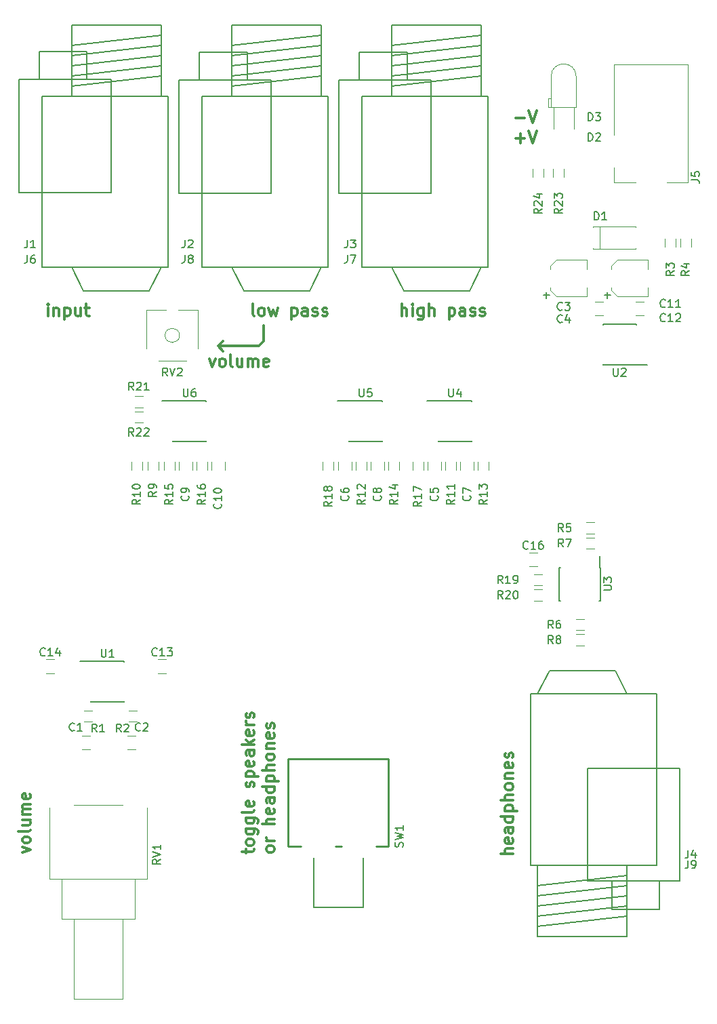
<source format=gbr>
G04 #@! TF.FileFunction,Legend,Top*
%FSLAX46Y46*%
G04 Gerber Fmt 4.6, Leading zero omitted, Abs format (unit mm)*
G04 Created by KiCad (PCBNEW 4.0.7) date Sun Feb 25 13:05:14 2018*
%MOMM*%
%LPD*%
G01*
G04 APERTURE LIST*
%ADD10C,0.100000*%
%ADD11C,0.300000*%
%ADD12C,0.150000*%
%ADD13C,0.250000*%
%ADD14C,0.120000*%
G04 APERTURE END LIST*
D10*
D11*
X109577143Y-39477143D02*
X110720000Y-39477143D01*
X111220000Y-38548571D02*
X111720000Y-40048571D01*
X112220000Y-38548571D01*
X109577143Y-42017143D02*
X110720000Y-42017143D01*
X110148571Y-42588571D02*
X110148571Y-41445714D01*
X111220000Y-41088571D02*
X111720000Y-42588571D01*
X112220000Y-41088571D01*
X78105000Y-67310000D02*
X78105000Y-66675000D01*
X77470000Y-67945000D02*
X78105000Y-67310000D01*
X76835000Y-67945000D02*
X77470000Y-67945000D01*
X72390000Y-67945000D02*
X73025000Y-68580000D01*
X73025000Y-67310000D02*
X72390000Y-67945000D01*
X76835000Y-67945000D02*
X72390000Y-67945000D01*
X78105000Y-65405000D02*
X78105000Y-66675000D01*
X71334286Y-69528571D02*
X71691429Y-70528571D01*
X72048571Y-69528571D01*
X72834286Y-70528571D02*
X72691428Y-70457143D01*
X72620000Y-70385714D01*
X72548571Y-70242857D01*
X72548571Y-69814286D01*
X72620000Y-69671429D01*
X72691428Y-69600000D01*
X72834286Y-69528571D01*
X73048571Y-69528571D01*
X73191428Y-69600000D01*
X73262857Y-69671429D01*
X73334286Y-69814286D01*
X73334286Y-70242857D01*
X73262857Y-70385714D01*
X73191428Y-70457143D01*
X73048571Y-70528571D01*
X72834286Y-70528571D01*
X74191429Y-70528571D02*
X74048571Y-70457143D01*
X73977143Y-70314286D01*
X73977143Y-69028571D01*
X75405714Y-69528571D02*
X75405714Y-70528571D01*
X74762857Y-69528571D02*
X74762857Y-70314286D01*
X74834285Y-70457143D01*
X74977143Y-70528571D01*
X75191428Y-70528571D01*
X75334285Y-70457143D01*
X75405714Y-70385714D01*
X76120000Y-70528571D02*
X76120000Y-69528571D01*
X76120000Y-69671429D02*
X76191428Y-69600000D01*
X76334286Y-69528571D01*
X76548571Y-69528571D01*
X76691428Y-69600000D01*
X76762857Y-69742857D01*
X76762857Y-70528571D01*
X76762857Y-69742857D02*
X76834286Y-69600000D01*
X76977143Y-69528571D01*
X77191428Y-69528571D01*
X77334286Y-69600000D01*
X77405714Y-69742857D01*
X77405714Y-70528571D01*
X78691428Y-70457143D02*
X78548571Y-70528571D01*
X78262857Y-70528571D01*
X78120000Y-70457143D01*
X78048571Y-70314286D01*
X78048571Y-69742857D01*
X78120000Y-69600000D01*
X78262857Y-69528571D01*
X78548571Y-69528571D01*
X78691428Y-69600000D01*
X78762857Y-69742857D01*
X78762857Y-69885714D01*
X78048571Y-70028571D01*
X95330713Y-64178571D02*
X95330713Y-62678571D01*
X95973570Y-64178571D02*
X95973570Y-63392857D01*
X95902141Y-63250000D01*
X95759284Y-63178571D01*
X95544999Y-63178571D01*
X95402141Y-63250000D01*
X95330713Y-63321429D01*
X96687856Y-64178571D02*
X96687856Y-63178571D01*
X96687856Y-62678571D02*
X96616427Y-62750000D01*
X96687856Y-62821429D01*
X96759284Y-62750000D01*
X96687856Y-62678571D01*
X96687856Y-62821429D01*
X98044999Y-63178571D02*
X98044999Y-64392857D01*
X97973570Y-64535714D01*
X97902142Y-64607143D01*
X97759285Y-64678571D01*
X97544999Y-64678571D01*
X97402142Y-64607143D01*
X98044999Y-64107143D02*
X97902142Y-64178571D01*
X97616428Y-64178571D01*
X97473570Y-64107143D01*
X97402142Y-64035714D01*
X97330713Y-63892857D01*
X97330713Y-63464286D01*
X97402142Y-63321429D01*
X97473570Y-63250000D01*
X97616428Y-63178571D01*
X97902142Y-63178571D01*
X98044999Y-63250000D01*
X98759285Y-64178571D02*
X98759285Y-62678571D01*
X99402142Y-64178571D02*
X99402142Y-63392857D01*
X99330713Y-63250000D01*
X99187856Y-63178571D01*
X98973571Y-63178571D01*
X98830713Y-63250000D01*
X98759285Y-63321429D01*
X101259285Y-63178571D02*
X101259285Y-64678571D01*
X101259285Y-63250000D02*
X101402142Y-63178571D01*
X101687856Y-63178571D01*
X101830713Y-63250000D01*
X101902142Y-63321429D01*
X101973571Y-63464286D01*
X101973571Y-63892857D01*
X101902142Y-64035714D01*
X101830713Y-64107143D01*
X101687856Y-64178571D01*
X101402142Y-64178571D01*
X101259285Y-64107143D01*
X103259285Y-64178571D02*
X103259285Y-63392857D01*
X103187856Y-63250000D01*
X103044999Y-63178571D01*
X102759285Y-63178571D01*
X102616428Y-63250000D01*
X103259285Y-64107143D02*
X103116428Y-64178571D01*
X102759285Y-64178571D01*
X102616428Y-64107143D01*
X102544999Y-63964286D01*
X102544999Y-63821429D01*
X102616428Y-63678571D01*
X102759285Y-63607143D01*
X103116428Y-63607143D01*
X103259285Y-63535714D01*
X103902142Y-64107143D02*
X104044999Y-64178571D01*
X104330714Y-64178571D01*
X104473571Y-64107143D01*
X104544999Y-63964286D01*
X104544999Y-63892857D01*
X104473571Y-63750000D01*
X104330714Y-63678571D01*
X104116428Y-63678571D01*
X103973571Y-63607143D01*
X103902142Y-63464286D01*
X103902142Y-63392857D01*
X103973571Y-63250000D01*
X104116428Y-63178571D01*
X104330714Y-63178571D01*
X104473571Y-63250000D01*
X105116428Y-64107143D02*
X105259285Y-64178571D01*
X105545000Y-64178571D01*
X105687857Y-64107143D01*
X105759285Y-63964286D01*
X105759285Y-63892857D01*
X105687857Y-63750000D01*
X105545000Y-63678571D01*
X105330714Y-63678571D01*
X105187857Y-63607143D01*
X105116428Y-63464286D01*
X105116428Y-63392857D01*
X105187857Y-63250000D01*
X105330714Y-63178571D01*
X105545000Y-63178571D01*
X105687857Y-63250000D01*
X76931428Y-64178571D02*
X76788570Y-64107143D01*
X76717142Y-63964286D01*
X76717142Y-62678571D01*
X77717142Y-64178571D02*
X77574284Y-64107143D01*
X77502856Y-64035714D01*
X77431427Y-63892857D01*
X77431427Y-63464286D01*
X77502856Y-63321429D01*
X77574284Y-63250000D01*
X77717142Y-63178571D01*
X77931427Y-63178571D01*
X78074284Y-63250000D01*
X78145713Y-63321429D01*
X78217142Y-63464286D01*
X78217142Y-63892857D01*
X78145713Y-64035714D01*
X78074284Y-64107143D01*
X77931427Y-64178571D01*
X77717142Y-64178571D01*
X78717142Y-63178571D02*
X79002856Y-64178571D01*
X79288570Y-63464286D01*
X79574285Y-64178571D01*
X79859999Y-63178571D01*
X81574285Y-63178571D02*
X81574285Y-64678571D01*
X81574285Y-63250000D02*
X81717142Y-63178571D01*
X82002856Y-63178571D01*
X82145713Y-63250000D01*
X82217142Y-63321429D01*
X82288571Y-63464286D01*
X82288571Y-63892857D01*
X82217142Y-64035714D01*
X82145713Y-64107143D01*
X82002856Y-64178571D01*
X81717142Y-64178571D01*
X81574285Y-64107143D01*
X83574285Y-64178571D02*
X83574285Y-63392857D01*
X83502856Y-63250000D01*
X83359999Y-63178571D01*
X83074285Y-63178571D01*
X82931428Y-63250000D01*
X83574285Y-64107143D02*
X83431428Y-64178571D01*
X83074285Y-64178571D01*
X82931428Y-64107143D01*
X82859999Y-63964286D01*
X82859999Y-63821429D01*
X82931428Y-63678571D01*
X83074285Y-63607143D01*
X83431428Y-63607143D01*
X83574285Y-63535714D01*
X84217142Y-64107143D02*
X84359999Y-64178571D01*
X84645714Y-64178571D01*
X84788571Y-64107143D01*
X84859999Y-63964286D01*
X84859999Y-63892857D01*
X84788571Y-63750000D01*
X84645714Y-63678571D01*
X84431428Y-63678571D01*
X84288571Y-63607143D01*
X84217142Y-63464286D01*
X84217142Y-63392857D01*
X84288571Y-63250000D01*
X84431428Y-63178571D01*
X84645714Y-63178571D01*
X84788571Y-63250000D01*
X85431428Y-64107143D02*
X85574285Y-64178571D01*
X85860000Y-64178571D01*
X86002857Y-64107143D01*
X86074285Y-63964286D01*
X86074285Y-63892857D01*
X86002857Y-63750000D01*
X85860000Y-63678571D01*
X85645714Y-63678571D01*
X85502857Y-63607143D01*
X85431428Y-63464286D01*
X85431428Y-63392857D01*
X85502857Y-63250000D01*
X85645714Y-63178571D01*
X85860000Y-63178571D01*
X86002857Y-63250000D01*
X51157143Y-64178571D02*
X51157143Y-63178571D01*
X51157143Y-62678571D02*
X51085714Y-62750000D01*
X51157143Y-62821429D01*
X51228571Y-62750000D01*
X51157143Y-62678571D01*
X51157143Y-62821429D01*
X51871429Y-63178571D02*
X51871429Y-64178571D01*
X51871429Y-63321429D02*
X51942857Y-63250000D01*
X52085715Y-63178571D01*
X52300000Y-63178571D01*
X52442857Y-63250000D01*
X52514286Y-63392857D01*
X52514286Y-64178571D01*
X53228572Y-63178571D02*
X53228572Y-64678571D01*
X53228572Y-63250000D02*
X53371429Y-63178571D01*
X53657143Y-63178571D01*
X53800000Y-63250000D01*
X53871429Y-63321429D01*
X53942858Y-63464286D01*
X53942858Y-63892857D01*
X53871429Y-64035714D01*
X53800000Y-64107143D01*
X53657143Y-64178571D01*
X53371429Y-64178571D01*
X53228572Y-64107143D01*
X55228572Y-63178571D02*
X55228572Y-64178571D01*
X54585715Y-63178571D02*
X54585715Y-63964286D01*
X54657143Y-64107143D01*
X54800001Y-64178571D01*
X55014286Y-64178571D01*
X55157143Y-64107143D01*
X55228572Y-64035714D01*
X55728572Y-63178571D02*
X56300001Y-63178571D01*
X55942858Y-62678571D02*
X55942858Y-63964286D01*
X56014286Y-64107143D01*
X56157144Y-64178571D01*
X56300001Y-64178571D01*
X109263571Y-131357857D02*
X107763571Y-131357857D01*
X109263571Y-130715000D02*
X108477857Y-130715000D01*
X108335000Y-130786429D01*
X108263571Y-130929286D01*
X108263571Y-131143571D01*
X108335000Y-131286429D01*
X108406429Y-131357857D01*
X109192143Y-129429286D02*
X109263571Y-129572143D01*
X109263571Y-129857857D01*
X109192143Y-130000714D01*
X109049286Y-130072143D01*
X108477857Y-130072143D01*
X108335000Y-130000714D01*
X108263571Y-129857857D01*
X108263571Y-129572143D01*
X108335000Y-129429286D01*
X108477857Y-129357857D01*
X108620714Y-129357857D01*
X108763571Y-130072143D01*
X109263571Y-128072143D02*
X108477857Y-128072143D01*
X108335000Y-128143572D01*
X108263571Y-128286429D01*
X108263571Y-128572143D01*
X108335000Y-128715000D01*
X109192143Y-128072143D02*
X109263571Y-128215000D01*
X109263571Y-128572143D01*
X109192143Y-128715000D01*
X109049286Y-128786429D01*
X108906429Y-128786429D01*
X108763571Y-128715000D01*
X108692143Y-128572143D01*
X108692143Y-128215000D01*
X108620714Y-128072143D01*
X109263571Y-126715000D02*
X107763571Y-126715000D01*
X109192143Y-126715000D02*
X109263571Y-126857857D01*
X109263571Y-127143571D01*
X109192143Y-127286429D01*
X109120714Y-127357857D01*
X108977857Y-127429286D01*
X108549286Y-127429286D01*
X108406429Y-127357857D01*
X108335000Y-127286429D01*
X108263571Y-127143571D01*
X108263571Y-126857857D01*
X108335000Y-126715000D01*
X108263571Y-126000714D02*
X109763571Y-126000714D01*
X108335000Y-126000714D02*
X108263571Y-125857857D01*
X108263571Y-125572143D01*
X108335000Y-125429286D01*
X108406429Y-125357857D01*
X108549286Y-125286428D01*
X108977857Y-125286428D01*
X109120714Y-125357857D01*
X109192143Y-125429286D01*
X109263571Y-125572143D01*
X109263571Y-125857857D01*
X109192143Y-126000714D01*
X109263571Y-124643571D02*
X107763571Y-124643571D01*
X109263571Y-124000714D02*
X108477857Y-124000714D01*
X108335000Y-124072143D01*
X108263571Y-124215000D01*
X108263571Y-124429285D01*
X108335000Y-124572143D01*
X108406429Y-124643571D01*
X109263571Y-123072142D02*
X109192143Y-123215000D01*
X109120714Y-123286428D01*
X108977857Y-123357857D01*
X108549286Y-123357857D01*
X108406429Y-123286428D01*
X108335000Y-123215000D01*
X108263571Y-123072142D01*
X108263571Y-122857857D01*
X108335000Y-122715000D01*
X108406429Y-122643571D01*
X108549286Y-122572142D01*
X108977857Y-122572142D01*
X109120714Y-122643571D01*
X109192143Y-122715000D01*
X109263571Y-122857857D01*
X109263571Y-123072142D01*
X108263571Y-121929285D02*
X109263571Y-121929285D01*
X108406429Y-121929285D02*
X108335000Y-121857857D01*
X108263571Y-121714999D01*
X108263571Y-121500714D01*
X108335000Y-121357857D01*
X108477857Y-121286428D01*
X109263571Y-121286428D01*
X109192143Y-120000714D02*
X109263571Y-120143571D01*
X109263571Y-120429285D01*
X109192143Y-120572142D01*
X109049286Y-120643571D01*
X108477857Y-120643571D01*
X108335000Y-120572142D01*
X108263571Y-120429285D01*
X108263571Y-120143571D01*
X108335000Y-120000714D01*
X108477857Y-119929285D01*
X108620714Y-119929285D01*
X108763571Y-120643571D01*
X109192143Y-119357857D02*
X109263571Y-119215000D01*
X109263571Y-118929285D01*
X109192143Y-118786428D01*
X109049286Y-118715000D01*
X108977857Y-118715000D01*
X108835000Y-118786428D01*
X108763571Y-118929285D01*
X108763571Y-119143571D01*
X108692143Y-119286428D01*
X108549286Y-119357857D01*
X108477857Y-119357857D01*
X108335000Y-119286428D01*
X108263571Y-119143571D01*
X108263571Y-118929285D01*
X108335000Y-118786428D01*
X47938571Y-131230714D02*
X48938571Y-130873571D01*
X47938571Y-130516429D01*
X48938571Y-129730714D02*
X48867143Y-129873572D01*
X48795714Y-129945000D01*
X48652857Y-130016429D01*
X48224286Y-130016429D01*
X48081429Y-129945000D01*
X48010000Y-129873572D01*
X47938571Y-129730714D01*
X47938571Y-129516429D01*
X48010000Y-129373572D01*
X48081429Y-129302143D01*
X48224286Y-129230714D01*
X48652857Y-129230714D01*
X48795714Y-129302143D01*
X48867143Y-129373572D01*
X48938571Y-129516429D01*
X48938571Y-129730714D01*
X48938571Y-128373571D02*
X48867143Y-128516429D01*
X48724286Y-128587857D01*
X47438571Y-128587857D01*
X47938571Y-127159286D02*
X48938571Y-127159286D01*
X47938571Y-127802143D02*
X48724286Y-127802143D01*
X48867143Y-127730715D01*
X48938571Y-127587857D01*
X48938571Y-127373572D01*
X48867143Y-127230715D01*
X48795714Y-127159286D01*
X48938571Y-126445000D02*
X47938571Y-126445000D01*
X48081429Y-126445000D02*
X48010000Y-126373572D01*
X47938571Y-126230714D01*
X47938571Y-126016429D01*
X48010000Y-125873572D01*
X48152857Y-125802143D01*
X48938571Y-125802143D01*
X48152857Y-125802143D02*
X48010000Y-125730714D01*
X47938571Y-125587857D01*
X47938571Y-125373572D01*
X48010000Y-125230714D01*
X48152857Y-125159286D01*
X48938571Y-125159286D01*
X48867143Y-123873572D02*
X48938571Y-124016429D01*
X48938571Y-124302143D01*
X48867143Y-124445000D01*
X48724286Y-124516429D01*
X48152857Y-124516429D01*
X48010000Y-124445000D01*
X47938571Y-124302143D01*
X47938571Y-124016429D01*
X48010000Y-123873572D01*
X48152857Y-123802143D01*
X48295714Y-123802143D01*
X48438571Y-124516429D01*
X75873571Y-131302143D02*
X75873571Y-130730714D01*
X75373571Y-131087857D02*
X76659286Y-131087857D01*
X76802143Y-131016429D01*
X76873571Y-130873571D01*
X76873571Y-130730714D01*
X76873571Y-130016428D02*
X76802143Y-130159286D01*
X76730714Y-130230714D01*
X76587857Y-130302143D01*
X76159286Y-130302143D01*
X76016429Y-130230714D01*
X75945000Y-130159286D01*
X75873571Y-130016428D01*
X75873571Y-129802143D01*
X75945000Y-129659286D01*
X76016429Y-129587857D01*
X76159286Y-129516428D01*
X76587857Y-129516428D01*
X76730714Y-129587857D01*
X76802143Y-129659286D01*
X76873571Y-129802143D01*
X76873571Y-130016428D01*
X75873571Y-128230714D02*
X77087857Y-128230714D01*
X77230714Y-128302143D01*
X77302143Y-128373571D01*
X77373571Y-128516428D01*
X77373571Y-128730714D01*
X77302143Y-128873571D01*
X76802143Y-128230714D02*
X76873571Y-128373571D01*
X76873571Y-128659285D01*
X76802143Y-128802143D01*
X76730714Y-128873571D01*
X76587857Y-128945000D01*
X76159286Y-128945000D01*
X76016429Y-128873571D01*
X75945000Y-128802143D01*
X75873571Y-128659285D01*
X75873571Y-128373571D01*
X75945000Y-128230714D01*
X75873571Y-126873571D02*
X77087857Y-126873571D01*
X77230714Y-126945000D01*
X77302143Y-127016428D01*
X77373571Y-127159285D01*
X77373571Y-127373571D01*
X77302143Y-127516428D01*
X76802143Y-126873571D02*
X76873571Y-127016428D01*
X76873571Y-127302142D01*
X76802143Y-127445000D01*
X76730714Y-127516428D01*
X76587857Y-127587857D01*
X76159286Y-127587857D01*
X76016429Y-127516428D01*
X75945000Y-127445000D01*
X75873571Y-127302142D01*
X75873571Y-127016428D01*
X75945000Y-126873571D01*
X76873571Y-125944999D02*
X76802143Y-126087857D01*
X76659286Y-126159285D01*
X75373571Y-126159285D01*
X76802143Y-124802143D02*
X76873571Y-124945000D01*
X76873571Y-125230714D01*
X76802143Y-125373571D01*
X76659286Y-125445000D01*
X76087857Y-125445000D01*
X75945000Y-125373571D01*
X75873571Y-125230714D01*
X75873571Y-124945000D01*
X75945000Y-124802143D01*
X76087857Y-124730714D01*
X76230714Y-124730714D01*
X76373571Y-125445000D01*
X76802143Y-123016429D02*
X76873571Y-122873572D01*
X76873571Y-122587857D01*
X76802143Y-122445000D01*
X76659286Y-122373572D01*
X76587857Y-122373572D01*
X76445000Y-122445000D01*
X76373571Y-122587857D01*
X76373571Y-122802143D01*
X76302143Y-122945000D01*
X76159286Y-123016429D01*
X76087857Y-123016429D01*
X75945000Y-122945000D01*
X75873571Y-122802143D01*
X75873571Y-122587857D01*
X75945000Y-122445000D01*
X75873571Y-121730714D02*
X77373571Y-121730714D01*
X75945000Y-121730714D02*
X75873571Y-121587857D01*
X75873571Y-121302143D01*
X75945000Y-121159286D01*
X76016429Y-121087857D01*
X76159286Y-121016428D01*
X76587857Y-121016428D01*
X76730714Y-121087857D01*
X76802143Y-121159286D01*
X76873571Y-121302143D01*
X76873571Y-121587857D01*
X76802143Y-121730714D01*
X76802143Y-119802143D02*
X76873571Y-119945000D01*
X76873571Y-120230714D01*
X76802143Y-120373571D01*
X76659286Y-120445000D01*
X76087857Y-120445000D01*
X75945000Y-120373571D01*
X75873571Y-120230714D01*
X75873571Y-119945000D01*
X75945000Y-119802143D01*
X76087857Y-119730714D01*
X76230714Y-119730714D01*
X76373571Y-120445000D01*
X76873571Y-118445000D02*
X76087857Y-118445000D01*
X75945000Y-118516429D01*
X75873571Y-118659286D01*
X75873571Y-118945000D01*
X75945000Y-119087857D01*
X76802143Y-118445000D02*
X76873571Y-118587857D01*
X76873571Y-118945000D01*
X76802143Y-119087857D01*
X76659286Y-119159286D01*
X76516429Y-119159286D01*
X76373571Y-119087857D01*
X76302143Y-118945000D01*
X76302143Y-118587857D01*
X76230714Y-118445000D01*
X76873571Y-117730714D02*
X75373571Y-117730714D01*
X76302143Y-117587857D02*
X76873571Y-117159286D01*
X75873571Y-117159286D02*
X76445000Y-117730714D01*
X76802143Y-115945000D02*
X76873571Y-116087857D01*
X76873571Y-116373571D01*
X76802143Y-116516428D01*
X76659286Y-116587857D01*
X76087857Y-116587857D01*
X75945000Y-116516428D01*
X75873571Y-116373571D01*
X75873571Y-116087857D01*
X75945000Y-115945000D01*
X76087857Y-115873571D01*
X76230714Y-115873571D01*
X76373571Y-116587857D01*
X76873571Y-115230714D02*
X75873571Y-115230714D01*
X76159286Y-115230714D02*
X76016429Y-115159286D01*
X75945000Y-115087857D01*
X75873571Y-114945000D01*
X75873571Y-114802143D01*
X76802143Y-114373572D02*
X76873571Y-114230715D01*
X76873571Y-113945000D01*
X76802143Y-113802143D01*
X76659286Y-113730715D01*
X76587857Y-113730715D01*
X76445000Y-113802143D01*
X76373571Y-113945000D01*
X76373571Y-114159286D01*
X76302143Y-114302143D01*
X76159286Y-114373572D01*
X76087857Y-114373572D01*
X75945000Y-114302143D01*
X75873571Y-114159286D01*
X75873571Y-113945000D01*
X75945000Y-113802143D01*
X79423571Y-130873571D02*
X79352143Y-131016429D01*
X79280714Y-131087857D01*
X79137857Y-131159286D01*
X78709286Y-131159286D01*
X78566429Y-131087857D01*
X78495000Y-131016429D01*
X78423571Y-130873571D01*
X78423571Y-130659286D01*
X78495000Y-130516429D01*
X78566429Y-130445000D01*
X78709286Y-130373571D01*
X79137857Y-130373571D01*
X79280714Y-130445000D01*
X79352143Y-130516429D01*
X79423571Y-130659286D01*
X79423571Y-130873571D01*
X79423571Y-129730714D02*
X78423571Y-129730714D01*
X78709286Y-129730714D02*
X78566429Y-129659286D01*
X78495000Y-129587857D01*
X78423571Y-129445000D01*
X78423571Y-129302143D01*
X79423571Y-127659286D02*
X77923571Y-127659286D01*
X79423571Y-127016429D02*
X78637857Y-127016429D01*
X78495000Y-127087858D01*
X78423571Y-127230715D01*
X78423571Y-127445000D01*
X78495000Y-127587858D01*
X78566429Y-127659286D01*
X79352143Y-125730715D02*
X79423571Y-125873572D01*
X79423571Y-126159286D01*
X79352143Y-126302143D01*
X79209286Y-126373572D01*
X78637857Y-126373572D01*
X78495000Y-126302143D01*
X78423571Y-126159286D01*
X78423571Y-125873572D01*
X78495000Y-125730715D01*
X78637857Y-125659286D01*
X78780714Y-125659286D01*
X78923571Y-126373572D01*
X79423571Y-124373572D02*
X78637857Y-124373572D01*
X78495000Y-124445001D01*
X78423571Y-124587858D01*
X78423571Y-124873572D01*
X78495000Y-125016429D01*
X79352143Y-124373572D02*
X79423571Y-124516429D01*
X79423571Y-124873572D01*
X79352143Y-125016429D01*
X79209286Y-125087858D01*
X79066429Y-125087858D01*
X78923571Y-125016429D01*
X78852143Y-124873572D01*
X78852143Y-124516429D01*
X78780714Y-124373572D01*
X79423571Y-123016429D02*
X77923571Y-123016429D01*
X79352143Y-123016429D02*
X79423571Y-123159286D01*
X79423571Y-123445000D01*
X79352143Y-123587858D01*
X79280714Y-123659286D01*
X79137857Y-123730715D01*
X78709286Y-123730715D01*
X78566429Y-123659286D01*
X78495000Y-123587858D01*
X78423571Y-123445000D01*
X78423571Y-123159286D01*
X78495000Y-123016429D01*
X78423571Y-122302143D02*
X79923571Y-122302143D01*
X78495000Y-122302143D02*
X78423571Y-122159286D01*
X78423571Y-121873572D01*
X78495000Y-121730715D01*
X78566429Y-121659286D01*
X78709286Y-121587857D01*
X79137857Y-121587857D01*
X79280714Y-121659286D01*
X79352143Y-121730715D01*
X79423571Y-121873572D01*
X79423571Y-122159286D01*
X79352143Y-122302143D01*
X79423571Y-120945000D02*
X77923571Y-120945000D01*
X79423571Y-120302143D02*
X78637857Y-120302143D01*
X78495000Y-120373572D01*
X78423571Y-120516429D01*
X78423571Y-120730714D01*
X78495000Y-120873572D01*
X78566429Y-120945000D01*
X79423571Y-119373571D02*
X79352143Y-119516429D01*
X79280714Y-119587857D01*
X79137857Y-119659286D01*
X78709286Y-119659286D01*
X78566429Y-119587857D01*
X78495000Y-119516429D01*
X78423571Y-119373571D01*
X78423571Y-119159286D01*
X78495000Y-119016429D01*
X78566429Y-118945000D01*
X78709286Y-118873571D01*
X79137857Y-118873571D01*
X79280714Y-118945000D01*
X79352143Y-119016429D01*
X79423571Y-119159286D01*
X79423571Y-119373571D01*
X78423571Y-118230714D02*
X79423571Y-118230714D01*
X78566429Y-118230714D02*
X78495000Y-118159286D01*
X78423571Y-118016428D01*
X78423571Y-117802143D01*
X78495000Y-117659286D01*
X78637857Y-117587857D01*
X79423571Y-117587857D01*
X79352143Y-116302143D02*
X79423571Y-116445000D01*
X79423571Y-116730714D01*
X79352143Y-116873571D01*
X79209286Y-116945000D01*
X78637857Y-116945000D01*
X78495000Y-116873571D01*
X78423571Y-116730714D01*
X78423571Y-116445000D01*
X78495000Y-116302143D01*
X78637857Y-116230714D01*
X78780714Y-116230714D01*
X78923571Y-116945000D01*
X79352143Y-115659286D02*
X79423571Y-115516429D01*
X79423571Y-115230714D01*
X79352143Y-115087857D01*
X79209286Y-115016429D01*
X79137857Y-115016429D01*
X78995000Y-115087857D01*
X78923571Y-115230714D01*
X78923571Y-115445000D01*
X78852143Y-115587857D01*
X78709286Y-115659286D01*
X78637857Y-115659286D01*
X78495000Y-115587857D01*
X78423571Y-115445000D01*
X78423571Y-115230714D01*
X78495000Y-115087857D01*
D12*
X94110000Y-34220000D02*
X105310000Y-32950000D01*
X95610000Y-61060000D02*
X94110000Y-58120000D01*
X103810000Y-61060000D02*
X105310000Y-58120000D01*
X95610000Y-61060000D02*
X103810000Y-61060000D01*
X94110000Y-27860000D02*
X94110000Y-36760000D01*
X105310000Y-27860000D02*
X105310000Y-36760000D01*
X94110000Y-27860000D02*
X105310000Y-27860000D01*
X90390000Y-58120000D02*
X106140000Y-58120000D01*
X90390000Y-36760000D02*
X106140000Y-36760000D01*
X90390000Y-36760000D02*
X90390000Y-58120000D01*
X106140000Y-36760000D02*
X106140000Y-58120000D01*
X94110000Y-35490000D02*
X105310000Y-34220000D01*
X94110000Y-32950000D02*
X105310000Y-31680000D01*
X94110000Y-31680000D02*
X105310000Y-30410000D01*
X94110000Y-30410000D02*
X105310000Y-29140000D01*
X74110000Y-34220000D02*
X85310000Y-32950000D01*
X75610000Y-61060000D02*
X74110000Y-58120000D01*
X83810000Y-61060000D02*
X85310000Y-58120000D01*
X75610000Y-61060000D02*
X83810000Y-61060000D01*
X74110000Y-27860000D02*
X74110000Y-36760000D01*
X85310000Y-27860000D02*
X85310000Y-36760000D01*
X74110000Y-27860000D02*
X85310000Y-27860000D01*
X70390000Y-58120000D02*
X86140000Y-58120000D01*
X70390000Y-36760000D02*
X86140000Y-36760000D01*
X70390000Y-36760000D02*
X70390000Y-58120000D01*
X86140000Y-36760000D02*
X86140000Y-58120000D01*
X74110000Y-35490000D02*
X85310000Y-34220000D01*
X74110000Y-32950000D02*
X85310000Y-31680000D01*
X74110000Y-31680000D02*
X85310000Y-30410000D01*
X74110000Y-30410000D02*
X85310000Y-29140000D01*
D13*
X81180000Y-130445000D02*
X82730000Y-130445000D01*
X87830000Y-130445000D02*
X87030000Y-130445000D01*
D12*
X90530000Y-138045000D02*
X90530000Y-131845000D01*
X84330000Y-138045000D02*
X84330000Y-131845000D01*
X90530000Y-138045000D02*
X84430000Y-138045000D01*
D13*
X93680000Y-119545000D02*
X93680000Y-130445000D01*
X81180000Y-119545000D02*
X93680000Y-119545000D01*
X81180000Y-130445000D02*
X81180000Y-119545000D01*
X93680000Y-130445000D02*
X92130000Y-130445000D01*
D14*
X121860000Y-41640000D02*
X121860000Y-32840000D01*
X121860000Y-32840000D02*
X131060000Y-32840000D01*
X124560000Y-47540000D02*
X121860000Y-47540000D01*
X121860000Y-47540000D02*
X121860000Y-45640000D01*
X131060000Y-32840000D02*
X131060000Y-47540000D01*
X131060000Y-47540000D02*
X128460000Y-47540000D01*
X63530000Y-125634000D02*
X63530000Y-134505000D01*
X51310000Y-125634000D02*
X51310000Y-134505000D01*
X60445000Y-125245000D02*
X54395000Y-125245000D01*
X63530000Y-134505000D02*
X51310000Y-134505000D01*
X61980000Y-134505000D02*
X61980000Y-139505000D01*
X52860000Y-134505000D02*
X52860000Y-139505000D01*
X61980000Y-134505000D02*
X52860000Y-134505000D01*
X61980000Y-139505000D02*
X52860000Y-139505000D01*
X60480000Y-139505000D02*
X60480000Y-149505000D01*
X54360000Y-139505000D02*
X54360000Y-149505000D01*
X60480000Y-139505000D02*
X54360000Y-139505000D01*
X60480000Y-149505000D02*
X54360000Y-149505000D01*
X55380000Y-118325000D02*
X56380000Y-118325000D01*
X56380000Y-116625000D02*
X55380000Y-116625000D01*
X62095000Y-116625000D02*
X61095000Y-116625000D01*
X61095000Y-118325000D02*
X62095000Y-118325000D01*
X120515000Y-62475000D02*
X119515000Y-62475000D01*
X119515000Y-64175000D02*
X120515000Y-64175000D01*
X119260000Y-53155000D02*
X119260000Y-53025000D01*
X119260000Y-53025000D02*
X124580000Y-53025000D01*
X124580000Y-53025000D02*
X124580000Y-53155000D01*
X119260000Y-55715000D02*
X119260000Y-55845000D01*
X119260000Y-55845000D02*
X124580000Y-55845000D01*
X124580000Y-55845000D02*
X124580000Y-55715000D01*
X120100000Y-53025000D02*
X120100000Y-55845000D01*
X55634000Y-113493000D02*
X56634000Y-113493000D01*
X56634000Y-114853000D02*
X55634000Y-114853000D01*
X62222000Y-114853000D02*
X61222000Y-114853000D01*
X61222000Y-113493000D02*
X62222000Y-113493000D01*
D12*
X56505000Y-107280000D02*
X56505000Y-107330000D01*
X60655000Y-107280000D02*
X60655000Y-107425000D01*
X60655000Y-112430000D02*
X60655000Y-112285000D01*
X56505000Y-112430000D02*
X56505000Y-112285000D01*
X56505000Y-107280000D02*
X60655000Y-107280000D01*
X56505000Y-112430000D02*
X60655000Y-112430000D01*
X56505000Y-107330000D02*
X55105000Y-107330000D01*
X124630000Y-70345000D02*
X124630000Y-70295000D01*
X120480000Y-70345000D02*
X120480000Y-70200000D01*
X120480000Y-65195000D02*
X120480000Y-65340000D01*
X124630000Y-65195000D02*
X124630000Y-65340000D01*
X124630000Y-70345000D02*
X120480000Y-70345000D01*
X124630000Y-65195000D02*
X120480000Y-65195000D01*
X124630000Y-70295000D02*
X126030000Y-70295000D01*
D14*
X128225000Y-55570000D02*
X128225000Y-54570000D01*
X129585000Y-54570000D02*
X129585000Y-55570000D01*
X131490000Y-54570000D02*
X131490000Y-55570000D01*
X130130000Y-55570000D02*
X130130000Y-54570000D01*
X118372000Y-89998000D02*
X119372000Y-89998000D01*
X119372000Y-91358000D02*
X118372000Y-91358000D01*
X118102000Y-105328000D02*
X117102000Y-105328000D01*
X117102000Y-103968000D02*
X118102000Y-103968000D01*
X118372000Y-91903000D02*
X119372000Y-91903000D01*
X119372000Y-93263000D02*
X118372000Y-93263000D01*
X117102000Y-102063000D02*
X118102000Y-102063000D01*
X118102000Y-103423000D02*
X117102000Y-103423000D01*
D12*
X120177000Y-95588000D02*
X120127000Y-95588000D01*
X120177000Y-99738000D02*
X120032000Y-99738000D01*
X115027000Y-99738000D02*
X115172000Y-99738000D01*
X115027000Y-95588000D02*
X115172000Y-95588000D01*
X120177000Y-95588000D02*
X120177000Y-99738000D01*
X115027000Y-95588000D02*
X115027000Y-99738000D01*
X120127000Y-95588000D02*
X120127000Y-94188000D01*
X99906000Y-74768000D02*
X99906000Y-74818000D01*
X104056000Y-74768000D02*
X104056000Y-74913000D01*
X104056000Y-79918000D02*
X104056000Y-79773000D01*
X99906000Y-79918000D02*
X99906000Y-79773000D01*
X99906000Y-74768000D02*
X104056000Y-74768000D01*
X99906000Y-79918000D02*
X104056000Y-79918000D01*
X99906000Y-74818000D02*
X98506000Y-74818000D01*
D14*
X98591000Y-82431000D02*
X98591000Y-83431000D01*
X100291000Y-83431000D02*
X100291000Y-82431000D01*
X87415000Y-82431000D02*
X87415000Y-83431000D01*
X89115000Y-83431000D02*
X89115000Y-82431000D01*
X104355000Y-83431000D02*
X104355000Y-82431000D01*
X102655000Y-82431000D02*
X102655000Y-83431000D01*
X93179000Y-83431000D02*
X93179000Y-82431000D01*
X91479000Y-82431000D02*
X91479000Y-83431000D01*
X67476000Y-82431000D02*
X67476000Y-83431000D01*
X69176000Y-83431000D02*
X69176000Y-82431000D01*
X71540000Y-82431000D02*
X71540000Y-83431000D01*
X73240000Y-83431000D02*
X73240000Y-82431000D01*
X125595000Y-62475000D02*
X124595000Y-62475000D01*
X124595000Y-64175000D02*
X125595000Y-64175000D01*
X63582000Y-83431000D02*
X63582000Y-82431000D01*
X64942000Y-82431000D02*
X64942000Y-83431000D01*
X61550000Y-83431000D02*
X61550000Y-82431000D01*
X62910000Y-82431000D02*
X62910000Y-83431000D01*
X100793000Y-83431000D02*
X100793000Y-82431000D01*
X102153000Y-82431000D02*
X102153000Y-83431000D01*
X89617000Y-83431000D02*
X89617000Y-82431000D01*
X90977000Y-82431000D02*
X90977000Y-83431000D01*
X104857000Y-83431000D02*
X104857000Y-82431000D01*
X106217000Y-82431000D02*
X106217000Y-83431000D01*
X93681000Y-83431000D02*
X93681000Y-82431000D01*
X95041000Y-82431000D02*
X95041000Y-83431000D01*
X66974000Y-82431000D02*
X66974000Y-83431000D01*
X65614000Y-83431000D02*
X65614000Y-82431000D01*
X69678000Y-83431000D02*
X69678000Y-82431000D01*
X71038000Y-82431000D02*
X71038000Y-83431000D01*
D12*
X88730000Y-74768000D02*
X88730000Y-74818000D01*
X92880000Y-74768000D02*
X92880000Y-74913000D01*
X92880000Y-79918000D02*
X92880000Y-79773000D01*
X88730000Y-79918000D02*
X88730000Y-79773000D01*
X88730000Y-74768000D02*
X92880000Y-74768000D01*
X88730000Y-79918000D02*
X92880000Y-79918000D01*
X88730000Y-74818000D02*
X87330000Y-74818000D01*
X66759000Y-74768000D02*
X66759000Y-74818000D01*
X70909000Y-74768000D02*
X70909000Y-74913000D01*
X70909000Y-79918000D02*
X70909000Y-79773000D01*
X66759000Y-79918000D02*
X66759000Y-79773000D01*
X66759000Y-74768000D02*
X70909000Y-74768000D01*
X66759000Y-79918000D02*
X70909000Y-79918000D01*
X66759000Y-74818000D02*
X65359000Y-74818000D01*
D14*
X96675000Y-83431000D02*
X96675000Y-82431000D01*
X98035000Y-82431000D02*
X98035000Y-83431000D01*
X111895000Y-96475000D02*
X112895000Y-96475000D01*
X112895000Y-97835000D02*
X111895000Y-97835000D01*
X85480000Y-83431000D02*
X85480000Y-82431000D01*
X86840000Y-82431000D02*
X86840000Y-83431000D01*
X111895000Y-98380000D02*
X112895000Y-98380000D01*
X112895000Y-99740000D02*
X111895000Y-99740000D01*
X67575000Y-66635000D02*
G75*
G03X67575000Y-66635000I-900000J0D01*
G01*
X63465000Y-68262000D02*
X63465000Y-63425000D01*
X69885000Y-68262000D02*
X69885000Y-63425000D01*
X64933000Y-69845000D02*
X68418000Y-69845000D01*
X63465000Y-63425000D02*
X65918000Y-63425000D01*
X67433000Y-63425000D02*
X69885000Y-63425000D01*
X61984000Y-74250000D02*
X62984000Y-74250000D01*
X62984000Y-75610000D02*
X61984000Y-75610000D01*
X62984000Y-77515000D02*
X61984000Y-77515000D01*
X61984000Y-76155000D02*
X62984000Y-76155000D01*
X113915000Y-57995000D02*
X113915000Y-58395000D01*
X118495000Y-57225000D02*
X118495000Y-58395000D01*
X118495000Y-61805000D02*
X118495000Y-60635000D01*
X113915000Y-61035000D02*
X113915000Y-60635000D01*
X114685000Y-61805000D02*
X118495000Y-61805000D01*
X114685000Y-61805000D02*
X113915000Y-61035000D01*
X114685000Y-57225000D02*
X118495000Y-57225000D01*
X114685000Y-57225000D02*
X113915000Y-57995000D01*
X121535000Y-57995000D02*
X121535000Y-58395000D01*
X126115000Y-57225000D02*
X126115000Y-58395000D01*
X126115000Y-61805000D02*
X126115000Y-60635000D01*
X121535000Y-61035000D02*
X121535000Y-60635000D01*
X122305000Y-61805000D02*
X126115000Y-61805000D01*
X122305000Y-61805000D02*
X121535000Y-61035000D01*
X122305000Y-57225000D02*
X126115000Y-57225000D01*
X122305000Y-57225000D02*
X121535000Y-57995000D01*
D12*
X90030000Y-31260000D02*
X90030000Y-34760000D01*
X96030000Y-31260000D02*
X96030000Y-34760000D01*
X90030000Y-31260000D02*
X96030000Y-31260000D01*
X87530000Y-34760000D02*
X87530000Y-48860000D01*
X99030000Y-34760000D02*
X99030000Y-48860000D01*
X87530000Y-48860000D02*
X99030000Y-48860000D01*
X87530000Y-34760000D02*
X99030000Y-34760000D01*
X70030000Y-31260000D02*
X70030000Y-34760000D01*
X76030000Y-31260000D02*
X76030000Y-34760000D01*
X70030000Y-31260000D02*
X76030000Y-31260000D01*
X67530000Y-34760000D02*
X67530000Y-48860000D01*
X79030000Y-34760000D02*
X79030000Y-48860000D01*
X67530000Y-48860000D02*
X79030000Y-48860000D01*
X67530000Y-34760000D02*
X79030000Y-34760000D01*
X50030000Y-31180000D02*
X50030000Y-34680000D01*
X56030000Y-31180000D02*
X56030000Y-34680000D01*
X50030000Y-31180000D02*
X56030000Y-31180000D01*
X47530000Y-34680000D02*
X47530000Y-48780000D01*
X59030000Y-34680000D02*
X59030000Y-48780000D01*
X47530000Y-48780000D02*
X59030000Y-48780000D01*
X47530000Y-34680000D02*
X59030000Y-34680000D01*
X123495000Y-135300000D02*
X112295000Y-136570000D01*
X121995000Y-108460000D02*
X123495000Y-111400000D01*
X113795000Y-108460000D02*
X112295000Y-111400000D01*
X121995000Y-108460000D02*
X113795000Y-108460000D01*
X123495000Y-141660000D02*
X123495000Y-132760000D01*
X112295000Y-141660000D02*
X112295000Y-132760000D01*
X123495000Y-141660000D02*
X112295000Y-141660000D01*
X127215000Y-111400000D02*
X111465000Y-111400000D01*
X127215000Y-132760000D02*
X111465000Y-132760000D01*
X127215000Y-132760000D02*
X127215000Y-111400000D01*
X111465000Y-132760000D02*
X111465000Y-111400000D01*
X123495000Y-134030000D02*
X112295000Y-135300000D01*
X123495000Y-136570000D02*
X112295000Y-137840000D01*
X123495000Y-137840000D02*
X112295000Y-139110000D01*
X123495000Y-139110000D02*
X112295000Y-140380000D01*
X54110000Y-34220000D02*
X65310000Y-32950000D01*
X55610000Y-61060000D02*
X54110000Y-58120000D01*
X63810000Y-61060000D02*
X65310000Y-58120000D01*
X55610000Y-61060000D02*
X63810000Y-61060000D01*
X54110000Y-27860000D02*
X54110000Y-36760000D01*
X65310000Y-27860000D02*
X65310000Y-36760000D01*
X54110000Y-27860000D02*
X65310000Y-27860000D01*
X50390000Y-58120000D02*
X66140000Y-58120000D01*
X50390000Y-36760000D02*
X66140000Y-36760000D01*
X50390000Y-36760000D02*
X50390000Y-58120000D01*
X66140000Y-36760000D02*
X66140000Y-58120000D01*
X54110000Y-35490000D02*
X65310000Y-34220000D01*
X54110000Y-32950000D02*
X65310000Y-31680000D01*
X54110000Y-31680000D02*
X65310000Y-30410000D01*
X54110000Y-30410000D02*
X65310000Y-29140000D01*
X127575000Y-138260000D02*
X127575000Y-134760000D01*
X121575000Y-138260000D02*
X121575000Y-134760000D01*
X127575000Y-138260000D02*
X121575000Y-138260000D01*
X130075000Y-134760000D02*
X130075000Y-120660000D01*
X118575000Y-134760000D02*
X118575000Y-120660000D01*
X130075000Y-120660000D02*
X118575000Y-120660000D01*
X130075000Y-134760000D02*
X118575000Y-134760000D01*
D14*
X115615000Y-45855000D02*
X115615000Y-46855000D01*
X114255000Y-46855000D02*
X114255000Y-45855000D01*
X113075000Y-45855000D02*
X113075000Y-46855000D01*
X111715000Y-46855000D02*
X111715000Y-45855000D01*
X65905000Y-107100000D02*
X64905000Y-107100000D01*
X64905000Y-108800000D02*
X65905000Y-108800000D01*
X51935000Y-107100000D02*
X50935000Y-107100000D01*
X50935000Y-108800000D02*
X51935000Y-108800000D01*
X112260000Y-93765000D02*
X111260000Y-93765000D01*
X111260000Y-95465000D02*
X112260000Y-95465000D01*
X114010000Y-34300000D02*
G75*
G02X117130000Y-34300000I1560000J0D01*
G01*
X117130000Y-38160000D02*
X117130000Y-34300000D01*
X114010000Y-38160000D02*
X114010000Y-34300000D01*
X117130000Y-38160000D02*
X114010000Y-38160000D01*
X113610000Y-38160000D02*
X113610000Y-37040000D01*
X113610000Y-37040000D02*
X114010000Y-37040000D01*
X114010000Y-37040000D02*
X114010000Y-38160000D01*
X114010000Y-38160000D02*
X113610000Y-38160000D01*
X116840000Y-40830000D02*
X116840000Y-38160000D01*
X116840000Y-38160000D02*
X116840000Y-38160000D01*
X116840000Y-38160000D02*
X116840000Y-40830000D01*
X116840000Y-40830000D02*
X116840000Y-40830000D01*
X114300000Y-40830000D02*
X114300000Y-38160000D01*
X114300000Y-38160000D02*
X114300000Y-38160000D01*
X114300000Y-38160000D02*
X114300000Y-40830000D01*
X114300000Y-40830000D02*
X114300000Y-40830000D01*
X114010000Y-34300000D02*
G75*
G02X117130000Y-34300000I1560000J0D01*
G01*
X117130000Y-38160000D02*
X117130000Y-34300000D01*
X114010000Y-38160000D02*
X114010000Y-34300000D01*
X117130000Y-38160000D02*
X114010000Y-38160000D01*
X113610000Y-38160000D02*
X113610000Y-37040000D01*
X113610000Y-37040000D02*
X114010000Y-37040000D01*
X114010000Y-37040000D02*
X114010000Y-38160000D01*
X114010000Y-38160000D02*
X113610000Y-38160000D01*
X116840000Y-38290000D02*
X116840000Y-38160000D01*
X116840000Y-38160000D02*
X116840000Y-38160000D01*
X116840000Y-38160000D02*
X116840000Y-38290000D01*
X116840000Y-38290000D02*
X116840000Y-38290000D01*
X114300000Y-38290000D02*
X114300000Y-38160000D01*
X114300000Y-38160000D02*
X114300000Y-38160000D01*
X114300000Y-38160000D02*
X114300000Y-38290000D01*
X114300000Y-38290000D02*
X114300000Y-38290000D01*
D12*
X88566667Y-56602381D02*
X88566667Y-57316667D01*
X88519047Y-57459524D01*
X88423809Y-57554762D01*
X88280952Y-57602381D01*
X88185714Y-57602381D01*
X88947619Y-56602381D02*
X89614286Y-56602381D01*
X89185714Y-57602381D01*
X68246667Y-56602381D02*
X68246667Y-57316667D01*
X68199047Y-57459524D01*
X68103809Y-57554762D01*
X67960952Y-57602381D01*
X67865714Y-57602381D01*
X68865714Y-57030952D02*
X68770476Y-56983333D01*
X68722857Y-56935714D01*
X68675238Y-56840476D01*
X68675238Y-56792857D01*
X68722857Y-56697619D01*
X68770476Y-56650000D01*
X68865714Y-56602381D01*
X69056191Y-56602381D01*
X69151429Y-56650000D01*
X69199048Y-56697619D01*
X69246667Y-56792857D01*
X69246667Y-56840476D01*
X69199048Y-56935714D01*
X69151429Y-56983333D01*
X69056191Y-57030952D01*
X68865714Y-57030952D01*
X68770476Y-57078571D01*
X68722857Y-57126190D01*
X68675238Y-57221429D01*
X68675238Y-57411905D01*
X68722857Y-57507143D01*
X68770476Y-57554762D01*
X68865714Y-57602381D01*
X69056191Y-57602381D01*
X69151429Y-57554762D01*
X69199048Y-57507143D01*
X69246667Y-57411905D01*
X69246667Y-57221429D01*
X69199048Y-57126190D01*
X69151429Y-57078571D01*
X69056191Y-57030952D01*
X95454762Y-130508333D02*
X95502381Y-130365476D01*
X95502381Y-130127380D01*
X95454762Y-130032142D01*
X95407143Y-129984523D01*
X95311905Y-129936904D01*
X95216667Y-129936904D01*
X95121429Y-129984523D01*
X95073810Y-130032142D01*
X95026190Y-130127380D01*
X94978571Y-130317857D01*
X94930952Y-130413095D01*
X94883333Y-130460714D01*
X94788095Y-130508333D01*
X94692857Y-130508333D01*
X94597619Y-130460714D01*
X94550000Y-130413095D01*
X94502381Y-130317857D01*
X94502381Y-130079761D01*
X94550000Y-129936904D01*
X94502381Y-129603571D02*
X95502381Y-129365476D01*
X94788095Y-129174999D01*
X95502381Y-128984523D01*
X94502381Y-128746428D01*
X95502381Y-127841666D02*
X95502381Y-128413095D01*
X95502381Y-128127381D02*
X94502381Y-128127381D01*
X94645238Y-128222619D01*
X94740476Y-128317857D01*
X94788095Y-128413095D01*
X131532381Y-47208333D02*
X132246667Y-47208333D01*
X132389524Y-47255953D01*
X132484762Y-47351191D01*
X132532381Y-47494048D01*
X132532381Y-47589286D01*
X131532381Y-46255952D02*
X131532381Y-46732143D01*
X132008571Y-46779762D01*
X131960952Y-46732143D01*
X131913333Y-46636905D01*
X131913333Y-46398809D01*
X131960952Y-46303571D01*
X132008571Y-46255952D01*
X132103810Y-46208333D01*
X132341905Y-46208333D01*
X132437143Y-46255952D01*
X132484762Y-46303571D01*
X132532381Y-46398809D01*
X132532381Y-46636905D01*
X132484762Y-46732143D01*
X132437143Y-46779762D01*
X65222381Y-132040238D02*
X64746190Y-132373572D01*
X65222381Y-132611667D02*
X64222381Y-132611667D01*
X64222381Y-132230714D01*
X64270000Y-132135476D01*
X64317619Y-132087857D01*
X64412857Y-132040238D01*
X64555714Y-132040238D01*
X64650952Y-132087857D01*
X64698571Y-132135476D01*
X64746190Y-132230714D01*
X64746190Y-132611667D01*
X64222381Y-131754524D02*
X65222381Y-131421191D01*
X64222381Y-131087857D01*
X65222381Y-130230714D02*
X65222381Y-130802143D01*
X65222381Y-130516429D02*
X64222381Y-130516429D01*
X64365238Y-130611667D01*
X64460476Y-130706905D01*
X64508095Y-130802143D01*
X54443334Y-115927143D02*
X54395715Y-115974762D01*
X54252858Y-116022381D01*
X54157620Y-116022381D01*
X54014762Y-115974762D01*
X53919524Y-115879524D01*
X53871905Y-115784286D01*
X53824286Y-115593810D01*
X53824286Y-115450952D01*
X53871905Y-115260476D01*
X53919524Y-115165238D01*
X54014762Y-115070000D01*
X54157620Y-115022381D01*
X54252858Y-115022381D01*
X54395715Y-115070000D01*
X54443334Y-115117619D01*
X55395715Y-116022381D02*
X54824286Y-116022381D01*
X55110000Y-116022381D02*
X55110000Y-115022381D01*
X55014762Y-115165238D01*
X54919524Y-115260476D01*
X54824286Y-115308095D01*
X62698334Y-115927143D02*
X62650715Y-115974762D01*
X62507858Y-116022381D01*
X62412620Y-116022381D01*
X62269762Y-115974762D01*
X62174524Y-115879524D01*
X62126905Y-115784286D01*
X62079286Y-115593810D01*
X62079286Y-115450952D01*
X62126905Y-115260476D01*
X62174524Y-115165238D01*
X62269762Y-115070000D01*
X62412620Y-115022381D01*
X62507858Y-115022381D01*
X62650715Y-115070000D01*
X62698334Y-115117619D01*
X63079286Y-115117619D02*
X63126905Y-115070000D01*
X63222143Y-115022381D01*
X63460239Y-115022381D01*
X63555477Y-115070000D01*
X63603096Y-115117619D01*
X63650715Y-115212857D01*
X63650715Y-115308095D01*
X63603096Y-115450952D01*
X63031667Y-116022381D01*
X63650715Y-116022381D01*
X115403334Y-64952143D02*
X115355715Y-64999762D01*
X115212858Y-65047381D01*
X115117620Y-65047381D01*
X114974762Y-64999762D01*
X114879524Y-64904524D01*
X114831905Y-64809286D01*
X114784286Y-64618810D01*
X114784286Y-64475952D01*
X114831905Y-64285476D01*
X114879524Y-64190238D01*
X114974762Y-64095000D01*
X115117620Y-64047381D01*
X115212858Y-64047381D01*
X115355715Y-64095000D01*
X115403334Y-64142619D01*
X116260477Y-64380714D02*
X116260477Y-65047381D01*
X116022381Y-63999762D02*
X115784286Y-64714048D01*
X116403334Y-64714048D01*
X119403905Y-52220381D02*
X119403905Y-51220381D01*
X119642000Y-51220381D01*
X119784858Y-51268000D01*
X119880096Y-51363238D01*
X119927715Y-51458476D01*
X119975334Y-51648952D01*
X119975334Y-51791810D01*
X119927715Y-51982286D01*
X119880096Y-52077524D01*
X119784858Y-52172762D01*
X119642000Y-52220381D01*
X119403905Y-52220381D01*
X120927715Y-52220381D02*
X120356286Y-52220381D01*
X120642000Y-52220381D02*
X120642000Y-51220381D01*
X120546762Y-51363238D01*
X120451524Y-51458476D01*
X120356286Y-51506095D01*
X57237334Y-116149381D02*
X56904000Y-115673190D01*
X56665905Y-116149381D02*
X56665905Y-115149381D01*
X57046858Y-115149381D01*
X57142096Y-115197000D01*
X57189715Y-115244619D01*
X57237334Y-115339857D01*
X57237334Y-115482714D01*
X57189715Y-115577952D01*
X57142096Y-115625571D01*
X57046858Y-115673190D01*
X56665905Y-115673190D01*
X58189715Y-116149381D02*
X57618286Y-116149381D01*
X57904000Y-116149381D02*
X57904000Y-115149381D01*
X57808762Y-115292238D01*
X57713524Y-115387476D01*
X57618286Y-115435095D01*
X60285334Y-116149381D02*
X59952000Y-115673190D01*
X59713905Y-116149381D02*
X59713905Y-115149381D01*
X60094858Y-115149381D01*
X60190096Y-115197000D01*
X60237715Y-115244619D01*
X60285334Y-115339857D01*
X60285334Y-115482714D01*
X60237715Y-115577952D01*
X60190096Y-115625571D01*
X60094858Y-115673190D01*
X59713905Y-115673190D01*
X60666286Y-115244619D02*
X60713905Y-115197000D01*
X60809143Y-115149381D01*
X61047239Y-115149381D01*
X61142477Y-115197000D01*
X61190096Y-115244619D01*
X61237715Y-115339857D01*
X61237715Y-115435095D01*
X61190096Y-115577952D01*
X60618667Y-116149381D01*
X61237715Y-116149381D01*
X57818095Y-105807381D02*
X57818095Y-106616905D01*
X57865714Y-106712143D01*
X57913333Y-106759762D01*
X58008571Y-106807381D01*
X58199048Y-106807381D01*
X58294286Y-106759762D01*
X58341905Y-106712143D01*
X58389524Y-106616905D01*
X58389524Y-105807381D01*
X59389524Y-106807381D02*
X58818095Y-106807381D01*
X59103809Y-106807381D02*
X59103809Y-105807381D01*
X59008571Y-105950238D01*
X58913333Y-106045476D01*
X58818095Y-106093095D01*
X121793095Y-70722381D02*
X121793095Y-71531905D01*
X121840714Y-71627143D01*
X121888333Y-71674762D01*
X121983571Y-71722381D01*
X122174048Y-71722381D01*
X122269286Y-71674762D01*
X122316905Y-71627143D01*
X122364524Y-71531905D01*
X122364524Y-70722381D01*
X122793095Y-70817619D02*
X122840714Y-70770000D01*
X122935952Y-70722381D01*
X123174048Y-70722381D01*
X123269286Y-70770000D01*
X123316905Y-70817619D01*
X123364524Y-70912857D01*
X123364524Y-71008095D01*
X123316905Y-71150952D01*
X122745476Y-71722381D01*
X123364524Y-71722381D01*
X129357381Y-58581666D02*
X128881190Y-58915000D01*
X129357381Y-59153095D02*
X128357381Y-59153095D01*
X128357381Y-58772142D01*
X128405000Y-58676904D01*
X128452619Y-58629285D01*
X128547857Y-58581666D01*
X128690714Y-58581666D01*
X128785952Y-58629285D01*
X128833571Y-58676904D01*
X128881190Y-58772142D01*
X128881190Y-59153095D01*
X128357381Y-58248333D02*
X128357381Y-57629285D01*
X128738333Y-57962619D01*
X128738333Y-57819761D01*
X128785952Y-57724523D01*
X128833571Y-57676904D01*
X128928810Y-57629285D01*
X129166905Y-57629285D01*
X129262143Y-57676904D01*
X129309762Y-57724523D01*
X129357381Y-57819761D01*
X129357381Y-58105476D01*
X129309762Y-58200714D01*
X129262143Y-58248333D01*
X131262381Y-58581666D02*
X130786190Y-58915000D01*
X131262381Y-59153095D02*
X130262381Y-59153095D01*
X130262381Y-58772142D01*
X130310000Y-58676904D01*
X130357619Y-58629285D01*
X130452857Y-58581666D01*
X130595714Y-58581666D01*
X130690952Y-58629285D01*
X130738571Y-58676904D01*
X130786190Y-58772142D01*
X130786190Y-59153095D01*
X130595714Y-57724523D02*
X131262381Y-57724523D01*
X130214762Y-57962619D02*
X130929048Y-58200714D01*
X130929048Y-57581666D01*
X115530334Y-91130381D02*
X115197000Y-90654190D01*
X114958905Y-91130381D02*
X114958905Y-90130381D01*
X115339858Y-90130381D01*
X115435096Y-90178000D01*
X115482715Y-90225619D01*
X115530334Y-90320857D01*
X115530334Y-90463714D01*
X115482715Y-90558952D01*
X115435096Y-90606571D01*
X115339858Y-90654190D01*
X114958905Y-90654190D01*
X116435096Y-90130381D02*
X115958905Y-90130381D01*
X115911286Y-90606571D01*
X115958905Y-90558952D01*
X116054143Y-90511333D01*
X116292239Y-90511333D01*
X116387477Y-90558952D01*
X116435096Y-90606571D01*
X116482715Y-90701810D01*
X116482715Y-90939905D01*
X116435096Y-91035143D01*
X116387477Y-91082762D01*
X116292239Y-91130381D01*
X116054143Y-91130381D01*
X115958905Y-91082762D01*
X115911286Y-91035143D01*
X114260334Y-103195381D02*
X113927000Y-102719190D01*
X113688905Y-103195381D02*
X113688905Y-102195381D01*
X114069858Y-102195381D01*
X114165096Y-102243000D01*
X114212715Y-102290619D01*
X114260334Y-102385857D01*
X114260334Y-102528714D01*
X114212715Y-102623952D01*
X114165096Y-102671571D01*
X114069858Y-102719190D01*
X113688905Y-102719190D01*
X115117477Y-102195381D02*
X114927000Y-102195381D01*
X114831762Y-102243000D01*
X114784143Y-102290619D01*
X114688905Y-102433476D01*
X114641286Y-102623952D01*
X114641286Y-103004905D01*
X114688905Y-103100143D01*
X114736524Y-103147762D01*
X114831762Y-103195381D01*
X115022239Y-103195381D01*
X115117477Y-103147762D01*
X115165096Y-103100143D01*
X115212715Y-103004905D01*
X115212715Y-102766810D01*
X115165096Y-102671571D01*
X115117477Y-102623952D01*
X115022239Y-102576333D01*
X114831762Y-102576333D01*
X114736524Y-102623952D01*
X114688905Y-102671571D01*
X114641286Y-102766810D01*
X115530334Y-93035381D02*
X115197000Y-92559190D01*
X114958905Y-93035381D02*
X114958905Y-92035381D01*
X115339858Y-92035381D01*
X115435096Y-92083000D01*
X115482715Y-92130619D01*
X115530334Y-92225857D01*
X115530334Y-92368714D01*
X115482715Y-92463952D01*
X115435096Y-92511571D01*
X115339858Y-92559190D01*
X114958905Y-92559190D01*
X115863667Y-92035381D02*
X116530334Y-92035381D01*
X116101762Y-93035381D01*
X114260334Y-105100381D02*
X113927000Y-104624190D01*
X113688905Y-105100381D02*
X113688905Y-104100381D01*
X114069858Y-104100381D01*
X114165096Y-104148000D01*
X114212715Y-104195619D01*
X114260334Y-104290857D01*
X114260334Y-104433714D01*
X114212715Y-104528952D01*
X114165096Y-104576571D01*
X114069858Y-104624190D01*
X113688905Y-104624190D01*
X114831762Y-104528952D02*
X114736524Y-104481333D01*
X114688905Y-104433714D01*
X114641286Y-104338476D01*
X114641286Y-104290857D01*
X114688905Y-104195619D01*
X114736524Y-104148000D01*
X114831762Y-104100381D01*
X115022239Y-104100381D01*
X115117477Y-104148000D01*
X115165096Y-104195619D01*
X115212715Y-104290857D01*
X115212715Y-104338476D01*
X115165096Y-104433714D01*
X115117477Y-104481333D01*
X115022239Y-104528952D01*
X114831762Y-104528952D01*
X114736524Y-104576571D01*
X114688905Y-104624190D01*
X114641286Y-104719429D01*
X114641286Y-104909905D01*
X114688905Y-105005143D01*
X114736524Y-105052762D01*
X114831762Y-105100381D01*
X115022239Y-105100381D01*
X115117477Y-105052762D01*
X115165096Y-105005143D01*
X115212715Y-104909905D01*
X115212715Y-104719429D01*
X115165096Y-104624190D01*
X115117477Y-104576571D01*
X115022239Y-104528952D01*
X120554381Y-98424905D02*
X121363905Y-98424905D01*
X121459143Y-98377286D01*
X121506762Y-98329667D01*
X121554381Y-98234429D01*
X121554381Y-98043952D01*
X121506762Y-97948714D01*
X121459143Y-97901095D01*
X121363905Y-97853476D01*
X120554381Y-97853476D01*
X120554381Y-97472524D02*
X120554381Y-96853476D01*
X120935333Y-97186810D01*
X120935333Y-97043952D01*
X120982952Y-96948714D01*
X121030571Y-96901095D01*
X121125810Y-96853476D01*
X121363905Y-96853476D01*
X121459143Y-96901095D01*
X121506762Y-96948714D01*
X121554381Y-97043952D01*
X121554381Y-97329667D01*
X121506762Y-97424905D01*
X121459143Y-97472524D01*
X101219095Y-73295381D02*
X101219095Y-74104905D01*
X101266714Y-74200143D01*
X101314333Y-74247762D01*
X101409571Y-74295381D01*
X101600048Y-74295381D01*
X101695286Y-74247762D01*
X101742905Y-74200143D01*
X101790524Y-74104905D01*
X101790524Y-73295381D01*
X102695286Y-73628714D02*
X102695286Y-74295381D01*
X102457190Y-73247762D02*
X102219095Y-73962048D01*
X102838143Y-73962048D01*
X99798143Y-86653666D02*
X99845762Y-86701285D01*
X99893381Y-86844142D01*
X99893381Y-86939380D01*
X99845762Y-87082238D01*
X99750524Y-87177476D01*
X99655286Y-87225095D01*
X99464810Y-87272714D01*
X99321952Y-87272714D01*
X99131476Y-87225095D01*
X99036238Y-87177476D01*
X98941000Y-87082238D01*
X98893381Y-86939380D01*
X98893381Y-86844142D01*
X98941000Y-86701285D01*
X98988619Y-86653666D01*
X98893381Y-85748904D02*
X98893381Y-86225095D01*
X99369571Y-86272714D01*
X99321952Y-86225095D01*
X99274333Y-86129857D01*
X99274333Y-85891761D01*
X99321952Y-85796523D01*
X99369571Y-85748904D01*
X99464810Y-85701285D01*
X99702905Y-85701285D01*
X99798143Y-85748904D01*
X99845762Y-85796523D01*
X99893381Y-85891761D01*
X99893381Y-86129857D01*
X99845762Y-86225095D01*
X99798143Y-86272714D01*
X88622143Y-86653666D02*
X88669762Y-86701285D01*
X88717381Y-86844142D01*
X88717381Y-86939380D01*
X88669762Y-87082238D01*
X88574524Y-87177476D01*
X88479286Y-87225095D01*
X88288810Y-87272714D01*
X88145952Y-87272714D01*
X87955476Y-87225095D01*
X87860238Y-87177476D01*
X87765000Y-87082238D01*
X87717381Y-86939380D01*
X87717381Y-86844142D01*
X87765000Y-86701285D01*
X87812619Y-86653666D01*
X87717381Y-85796523D02*
X87717381Y-85987000D01*
X87765000Y-86082238D01*
X87812619Y-86129857D01*
X87955476Y-86225095D01*
X88145952Y-86272714D01*
X88526905Y-86272714D01*
X88622143Y-86225095D01*
X88669762Y-86177476D01*
X88717381Y-86082238D01*
X88717381Y-85891761D01*
X88669762Y-85796523D01*
X88622143Y-85748904D01*
X88526905Y-85701285D01*
X88288810Y-85701285D01*
X88193571Y-85748904D01*
X88145952Y-85796523D01*
X88098333Y-85891761D01*
X88098333Y-86082238D01*
X88145952Y-86177476D01*
X88193571Y-86225095D01*
X88288810Y-86272714D01*
X103862143Y-86653666D02*
X103909762Y-86701285D01*
X103957381Y-86844142D01*
X103957381Y-86939380D01*
X103909762Y-87082238D01*
X103814524Y-87177476D01*
X103719286Y-87225095D01*
X103528810Y-87272714D01*
X103385952Y-87272714D01*
X103195476Y-87225095D01*
X103100238Y-87177476D01*
X103005000Y-87082238D01*
X102957381Y-86939380D01*
X102957381Y-86844142D01*
X103005000Y-86701285D01*
X103052619Y-86653666D01*
X102957381Y-86320333D02*
X102957381Y-85653666D01*
X103957381Y-86082238D01*
X92686143Y-86653666D02*
X92733762Y-86701285D01*
X92781381Y-86844142D01*
X92781381Y-86939380D01*
X92733762Y-87082238D01*
X92638524Y-87177476D01*
X92543286Y-87225095D01*
X92352810Y-87272714D01*
X92209952Y-87272714D01*
X92019476Y-87225095D01*
X91924238Y-87177476D01*
X91829000Y-87082238D01*
X91781381Y-86939380D01*
X91781381Y-86844142D01*
X91829000Y-86701285D01*
X91876619Y-86653666D01*
X92209952Y-86082238D02*
X92162333Y-86177476D01*
X92114714Y-86225095D01*
X92019476Y-86272714D01*
X91971857Y-86272714D01*
X91876619Y-86225095D01*
X91829000Y-86177476D01*
X91781381Y-86082238D01*
X91781381Y-85891761D01*
X91829000Y-85796523D01*
X91876619Y-85748904D01*
X91971857Y-85701285D01*
X92019476Y-85701285D01*
X92114714Y-85748904D01*
X92162333Y-85796523D01*
X92209952Y-85891761D01*
X92209952Y-86082238D01*
X92257571Y-86177476D01*
X92305190Y-86225095D01*
X92400429Y-86272714D01*
X92590905Y-86272714D01*
X92686143Y-86225095D01*
X92733762Y-86177476D01*
X92781381Y-86082238D01*
X92781381Y-85891761D01*
X92733762Y-85796523D01*
X92686143Y-85748904D01*
X92590905Y-85701285D01*
X92400429Y-85701285D01*
X92305190Y-85748904D01*
X92257571Y-85796523D01*
X92209952Y-85891761D01*
X68683143Y-86653666D02*
X68730762Y-86701285D01*
X68778381Y-86844142D01*
X68778381Y-86939380D01*
X68730762Y-87082238D01*
X68635524Y-87177476D01*
X68540286Y-87225095D01*
X68349810Y-87272714D01*
X68206952Y-87272714D01*
X68016476Y-87225095D01*
X67921238Y-87177476D01*
X67826000Y-87082238D01*
X67778381Y-86939380D01*
X67778381Y-86844142D01*
X67826000Y-86701285D01*
X67873619Y-86653666D01*
X68778381Y-86177476D02*
X68778381Y-85987000D01*
X68730762Y-85891761D01*
X68683143Y-85844142D01*
X68540286Y-85748904D01*
X68349810Y-85701285D01*
X67968857Y-85701285D01*
X67873619Y-85748904D01*
X67826000Y-85796523D01*
X67778381Y-85891761D01*
X67778381Y-86082238D01*
X67826000Y-86177476D01*
X67873619Y-86225095D01*
X67968857Y-86272714D01*
X68206952Y-86272714D01*
X68302190Y-86225095D01*
X68349810Y-86177476D01*
X68397429Y-86082238D01*
X68397429Y-85891761D01*
X68349810Y-85796523D01*
X68302190Y-85748904D01*
X68206952Y-85701285D01*
X72747143Y-87637857D02*
X72794762Y-87685476D01*
X72842381Y-87828333D01*
X72842381Y-87923571D01*
X72794762Y-88066429D01*
X72699524Y-88161667D01*
X72604286Y-88209286D01*
X72413810Y-88256905D01*
X72270952Y-88256905D01*
X72080476Y-88209286D01*
X71985238Y-88161667D01*
X71890000Y-88066429D01*
X71842381Y-87923571D01*
X71842381Y-87828333D01*
X71890000Y-87685476D01*
X71937619Y-87637857D01*
X72842381Y-86685476D02*
X72842381Y-87256905D01*
X72842381Y-86971191D02*
X71842381Y-86971191D01*
X71985238Y-87066429D01*
X72080476Y-87161667D01*
X72128095Y-87256905D01*
X71842381Y-86066429D02*
X71842381Y-85971190D01*
X71890000Y-85875952D01*
X71937619Y-85828333D01*
X72032857Y-85780714D01*
X72223333Y-85733095D01*
X72461429Y-85733095D01*
X72651905Y-85780714D01*
X72747143Y-85828333D01*
X72794762Y-85875952D01*
X72842381Y-85971190D01*
X72842381Y-86066429D01*
X72794762Y-86161667D01*
X72747143Y-86209286D01*
X72651905Y-86256905D01*
X72461429Y-86304524D01*
X72223333Y-86304524D01*
X72032857Y-86256905D01*
X71937619Y-86209286D01*
X71890000Y-86161667D01*
X71842381Y-86066429D01*
X128262143Y-64825143D02*
X128214524Y-64872762D01*
X128071667Y-64920381D01*
X127976429Y-64920381D01*
X127833571Y-64872762D01*
X127738333Y-64777524D01*
X127690714Y-64682286D01*
X127643095Y-64491810D01*
X127643095Y-64348952D01*
X127690714Y-64158476D01*
X127738333Y-64063238D01*
X127833571Y-63968000D01*
X127976429Y-63920381D01*
X128071667Y-63920381D01*
X128214524Y-63968000D01*
X128262143Y-64015619D01*
X129214524Y-64920381D02*
X128643095Y-64920381D01*
X128928809Y-64920381D02*
X128928809Y-63920381D01*
X128833571Y-64063238D01*
X128738333Y-64158476D01*
X128643095Y-64206095D01*
X129595476Y-64015619D02*
X129643095Y-63968000D01*
X129738333Y-63920381D01*
X129976429Y-63920381D01*
X130071667Y-63968000D01*
X130119286Y-64015619D01*
X130166905Y-64110857D01*
X130166905Y-64206095D01*
X130119286Y-64348952D01*
X129547857Y-64920381D01*
X130166905Y-64920381D01*
X64714381Y-86145666D02*
X64238190Y-86479000D01*
X64714381Y-86717095D02*
X63714381Y-86717095D01*
X63714381Y-86336142D01*
X63762000Y-86240904D01*
X63809619Y-86193285D01*
X63904857Y-86145666D01*
X64047714Y-86145666D01*
X64142952Y-86193285D01*
X64190571Y-86240904D01*
X64238190Y-86336142D01*
X64238190Y-86717095D01*
X64714381Y-85669476D02*
X64714381Y-85479000D01*
X64666762Y-85383761D01*
X64619143Y-85336142D01*
X64476286Y-85240904D01*
X64285810Y-85193285D01*
X63904857Y-85193285D01*
X63809619Y-85240904D01*
X63762000Y-85288523D01*
X63714381Y-85383761D01*
X63714381Y-85574238D01*
X63762000Y-85669476D01*
X63809619Y-85717095D01*
X63904857Y-85764714D01*
X64142952Y-85764714D01*
X64238190Y-85717095D01*
X64285810Y-85669476D01*
X64333429Y-85574238D01*
X64333429Y-85383761D01*
X64285810Y-85288523D01*
X64238190Y-85240904D01*
X64142952Y-85193285D01*
X62682381Y-87129857D02*
X62206190Y-87463191D01*
X62682381Y-87701286D02*
X61682381Y-87701286D01*
X61682381Y-87320333D01*
X61730000Y-87225095D01*
X61777619Y-87177476D01*
X61872857Y-87129857D01*
X62015714Y-87129857D01*
X62110952Y-87177476D01*
X62158571Y-87225095D01*
X62206190Y-87320333D01*
X62206190Y-87701286D01*
X62682381Y-86177476D02*
X62682381Y-86748905D01*
X62682381Y-86463191D02*
X61682381Y-86463191D01*
X61825238Y-86558429D01*
X61920476Y-86653667D01*
X61968095Y-86748905D01*
X61682381Y-85558429D02*
X61682381Y-85463190D01*
X61730000Y-85367952D01*
X61777619Y-85320333D01*
X61872857Y-85272714D01*
X62063333Y-85225095D01*
X62301429Y-85225095D01*
X62491905Y-85272714D01*
X62587143Y-85320333D01*
X62634762Y-85367952D01*
X62682381Y-85463190D01*
X62682381Y-85558429D01*
X62634762Y-85653667D01*
X62587143Y-85701286D01*
X62491905Y-85748905D01*
X62301429Y-85796524D01*
X62063333Y-85796524D01*
X61872857Y-85748905D01*
X61777619Y-85701286D01*
X61730000Y-85653667D01*
X61682381Y-85558429D01*
X101925381Y-87129857D02*
X101449190Y-87463191D01*
X101925381Y-87701286D02*
X100925381Y-87701286D01*
X100925381Y-87320333D01*
X100973000Y-87225095D01*
X101020619Y-87177476D01*
X101115857Y-87129857D01*
X101258714Y-87129857D01*
X101353952Y-87177476D01*
X101401571Y-87225095D01*
X101449190Y-87320333D01*
X101449190Y-87701286D01*
X101925381Y-86177476D02*
X101925381Y-86748905D01*
X101925381Y-86463191D02*
X100925381Y-86463191D01*
X101068238Y-86558429D01*
X101163476Y-86653667D01*
X101211095Y-86748905D01*
X101925381Y-85225095D02*
X101925381Y-85796524D01*
X101925381Y-85510810D02*
X100925381Y-85510810D01*
X101068238Y-85606048D01*
X101163476Y-85701286D01*
X101211095Y-85796524D01*
X90749381Y-87129857D02*
X90273190Y-87463191D01*
X90749381Y-87701286D02*
X89749381Y-87701286D01*
X89749381Y-87320333D01*
X89797000Y-87225095D01*
X89844619Y-87177476D01*
X89939857Y-87129857D01*
X90082714Y-87129857D01*
X90177952Y-87177476D01*
X90225571Y-87225095D01*
X90273190Y-87320333D01*
X90273190Y-87701286D01*
X90749381Y-86177476D02*
X90749381Y-86748905D01*
X90749381Y-86463191D02*
X89749381Y-86463191D01*
X89892238Y-86558429D01*
X89987476Y-86653667D01*
X90035095Y-86748905D01*
X89844619Y-85796524D02*
X89797000Y-85748905D01*
X89749381Y-85653667D01*
X89749381Y-85415571D01*
X89797000Y-85320333D01*
X89844619Y-85272714D01*
X89939857Y-85225095D01*
X90035095Y-85225095D01*
X90177952Y-85272714D01*
X90749381Y-85844143D01*
X90749381Y-85225095D01*
X105989381Y-87129857D02*
X105513190Y-87463191D01*
X105989381Y-87701286D02*
X104989381Y-87701286D01*
X104989381Y-87320333D01*
X105037000Y-87225095D01*
X105084619Y-87177476D01*
X105179857Y-87129857D01*
X105322714Y-87129857D01*
X105417952Y-87177476D01*
X105465571Y-87225095D01*
X105513190Y-87320333D01*
X105513190Y-87701286D01*
X105989381Y-86177476D02*
X105989381Y-86748905D01*
X105989381Y-86463191D02*
X104989381Y-86463191D01*
X105132238Y-86558429D01*
X105227476Y-86653667D01*
X105275095Y-86748905D01*
X104989381Y-85844143D02*
X104989381Y-85225095D01*
X105370333Y-85558429D01*
X105370333Y-85415571D01*
X105417952Y-85320333D01*
X105465571Y-85272714D01*
X105560810Y-85225095D01*
X105798905Y-85225095D01*
X105894143Y-85272714D01*
X105941762Y-85320333D01*
X105989381Y-85415571D01*
X105989381Y-85701286D01*
X105941762Y-85796524D01*
X105894143Y-85844143D01*
X94813381Y-87129857D02*
X94337190Y-87463191D01*
X94813381Y-87701286D02*
X93813381Y-87701286D01*
X93813381Y-87320333D01*
X93861000Y-87225095D01*
X93908619Y-87177476D01*
X94003857Y-87129857D01*
X94146714Y-87129857D01*
X94241952Y-87177476D01*
X94289571Y-87225095D01*
X94337190Y-87320333D01*
X94337190Y-87701286D01*
X94813381Y-86177476D02*
X94813381Y-86748905D01*
X94813381Y-86463191D02*
X93813381Y-86463191D01*
X93956238Y-86558429D01*
X94051476Y-86653667D01*
X94099095Y-86748905D01*
X94146714Y-85320333D02*
X94813381Y-85320333D01*
X93765762Y-85558429D02*
X94480048Y-85796524D01*
X94480048Y-85177476D01*
X66746381Y-87129857D02*
X66270190Y-87463191D01*
X66746381Y-87701286D02*
X65746381Y-87701286D01*
X65746381Y-87320333D01*
X65794000Y-87225095D01*
X65841619Y-87177476D01*
X65936857Y-87129857D01*
X66079714Y-87129857D01*
X66174952Y-87177476D01*
X66222571Y-87225095D01*
X66270190Y-87320333D01*
X66270190Y-87701286D01*
X66746381Y-86177476D02*
X66746381Y-86748905D01*
X66746381Y-86463191D02*
X65746381Y-86463191D01*
X65889238Y-86558429D01*
X65984476Y-86653667D01*
X66032095Y-86748905D01*
X65746381Y-85272714D02*
X65746381Y-85748905D01*
X66222571Y-85796524D01*
X66174952Y-85748905D01*
X66127333Y-85653667D01*
X66127333Y-85415571D01*
X66174952Y-85320333D01*
X66222571Y-85272714D01*
X66317810Y-85225095D01*
X66555905Y-85225095D01*
X66651143Y-85272714D01*
X66698762Y-85320333D01*
X66746381Y-85415571D01*
X66746381Y-85653667D01*
X66698762Y-85748905D01*
X66651143Y-85796524D01*
X70810381Y-87129857D02*
X70334190Y-87463191D01*
X70810381Y-87701286D02*
X69810381Y-87701286D01*
X69810381Y-87320333D01*
X69858000Y-87225095D01*
X69905619Y-87177476D01*
X70000857Y-87129857D01*
X70143714Y-87129857D01*
X70238952Y-87177476D01*
X70286571Y-87225095D01*
X70334190Y-87320333D01*
X70334190Y-87701286D01*
X70810381Y-86177476D02*
X70810381Y-86748905D01*
X70810381Y-86463191D02*
X69810381Y-86463191D01*
X69953238Y-86558429D01*
X70048476Y-86653667D01*
X70096095Y-86748905D01*
X69810381Y-85320333D02*
X69810381Y-85510810D01*
X69858000Y-85606048D01*
X69905619Y-85653667D01*
X70048476Y-85748905D01*
X70238952Y-85796524D01*
X70619905Y-85796524D01*
X70715143Y-85748905D01*
X70762762Y-85701286D01*
X70810381Y-85606048D01*
X70810381Y-85415571D01*
X70762762Y-85320333D01*
X70715143Y-85272714D01*
X70619905Y-85225095D01*
X70381810Y-85225095D01*
X70286571Y-85272714D01*
X70238952Y-85320333D01*
X70191333Y-85415571D01*
X70191333Y-85606048D01*
X70238952Y-85701286D01*
X70286571Y-85748905D01*
X70381810Y-85796524D01*
X90043095Y-73295381D02*
X90043095Y-74104905D01*
X90090714Y-74200143D01*
X90138333Y-74247762D01*
X90233571Y-74295381D01*
X90424048Y-74295381D01*
X90519286Y-74247762D01*
X90566905Y-74200143D01*
X90614524Y-74104905D01*
X90614524Y-73295381D01*
X91566905Y-73295381D02*
X91090714Y-73295381D01*
X91043095Y-73771571D01*
X91090714Y-73723952D01*
X91185952Y-73676333D01*
X91424048Y-73676333D01*
X91519286Y-73723952D01*
X91566905Y-73771571D01*
X91614524Y-73866810D01*
X91614524Y-74104905D01*
X91566905Y-74200143D01*
X91519286Y-74247762D01*
X91424048Y-74295381D01*
X91185952Y-74295381D01*
X91090714Y-74247762D01*
X91043095Y-74200143D01*
X68072095Y-73295381D02*
X68072095Y-74104905D01*
X68119714Y-74200143D01*
X68167333Y-74247762D01*
X68262571Y-74295381D01*
X68453048Y-74295381D01*
X68548286Y-74247762D01*
X68595905Y-74200143D01*
X68643524Y-74104905D01*
X68643524Y-73295381D01*
X69548286Y-73295381D02*
X69357809Y-73295381D01*
X69262571Y-73343000D01*
X69214952Y-73390619D01*
X69119714Y-73533476D01*
X69072095Y-73723952D01*
X69072095Y-74104905D01*
X69119714Y-74200143D01*
X69167333Y-74247762D01*
X69262571Y-74295381D01*
X69453048Y-74295381D01*
X69548286Y-74247762D01*
X69595905Y-74200143D01*
X69643524Y-74104905D01*
X69643524Y-73866810D01*
X69595905Y-73771571D01*
X69548286Y-73723952D01*
X69453048Y-73676333D01*
X69262571Y-73676333D01*
X69167333Y-73723952D01*
X69119714Y-73771571D01*
X69072095Y-73866810D01*
X97807381Y-87383857D02*
X97331190Y-87717191D01*
X97807381Y-87955286D02*
X96807381Y-87955286D01*
X96807381Y-87574333D01*
X96855000Y-87479095D01*
X96902619Y-87431476D01*
X96997857Y-87383857D01*
X97140714Y-87383857D01*
X97235952Y-87431476D01*
X97283571Y-87479095D01*
X97331190Y-87574333D01*
X97331190Y-87955286D01*
X97807381Y-86431476D02*
X97807381Y-87002905D01*
X97807381Y-86717191D02*
X96807381Y-86717191D01*
X96950238Y-86812429D01*
X97045476Y-86907667D01*
X97093095Y-87002905D01*
X96807381Y-86098143D02*
X96807381Y-85431476D01*
X97807381Y-85860048D01*
X107942143Y-97607381D02*
X107608809Y-97131190D01*
X107370714Y-97607381D02*
X107370714Y-96607381D01*
X107751667Y-96607381D01*
X107846905Y-96655000D01*
X107894524Y-96702619D01*
X107942143Y-96797857D01*
X107942143Y-96940714D01*
X107894524Y-97035952D01*
X107846905Y-97083571D01*
X107751667Y-97131190D01*
X107370714Y-97131190D01*
X108894524Y-97607381D02*
X108323095Y-97607381D01*
X108608809Y-97607381D02*
X108608809Y-96607381D01*
X108513571Y-96750238D01*
X108418333Y-96845476D01*
X108323095Y-96893095D01*
X109370714Y-97607381D02*
X109561190Y-97607381D01*
X109656429Y-97559762D01*
X109704048Y-97512143D01*
X109799286Y-97369286D01*
X109846905Y-97178810D01*
X109846905Y-96797857D01*
X109799286Y-96702619D01*
X109751667Y-96655000D01*
X109656429Y-96607381D01*
X109465952Y-96607381D01*
X109370714Y-96655000D01*
X109323095Y-96702619D01*
X109275476Y-96797857D01*
X109275476Y-97035952D01*
X109323095Y-97131190D01*
X109370714Y-97178810D01*
X109465952Y-97226429D01*
X109656429Y-97226429D01*
X109751667Y-97178810D01*
X109799286Y-97131190D01*
X109846905Y-97035952D01*
X86612381Y-87383857D02*
X86136190Y-87717191D01*
X86612381Y-87955286D02*
X85612381Y-87955286D01*
X85612381Y-87574333D01*
X85660000Y-87479095D01*
X85707619Y-87431476D01*
X85802857Y-87383857D01*
X85945714Y-87383857D01*
X86040952Y-87431476D01*
X86088571Y-87479095D01*
X86136190Y-87574333D01*
X86136190Y-87955286D01*
X86612381Y-86431476D02*
X86612381Y-87002905D01*
X86612381Y-86717191D02*
X85612381Y-86717191D01*
X85755238Y-86812429D01*
X85850476Y-86907667D01*
X85898095Y-87002905D01*
X86040952Y-85860048D02*
X85993333Y-85955286D01*
X85945714Y-86002905D01*
X85850476Y-86050524D01*
X85802857Y-86050524D01*
X85707619Y-86002905D01*
X85660000Y-85955286D01*
X85612381Y-85860048D01*
X85612381Y-85669571D01*
X85660000Y-85574333D01*
X85707619Y-85526714D01*
X85802857Y-85479095D01*
X85850476Y-85479095D01*
X85945714Y-85526714D01*
X85993333Y-85574333D01*
X86040952Y-85669571D01*
X86040952Y-85860048D01*
X86088571Y-85955286D01*
X86136190Y-86002905D01*
X86231429Y-86050524D01*
X86421905Y-86050524D01*
X86517143Y-86002905D01*
X86564762Y-85955286D01*
X86612381Y-85860048D01*
X86612381Y-85669571D01*
X86564762Y-85574333D01*
X86517143Y-85526714D01*
X86421905Y-85479095D01*
X86231429Y-85479095D01*
X86136190Y-85526714D01*
X86088571Y-85574333D01*
X86040952Y-85669571D01*
X107942143Y-99512381D02*
X107608809Y-99036190D01*
X107370714Y-99512381D02*
X107370714Y-98512381D01*
X107751667Y-98512381D01*
X107846905Y-98560000D01*
X107894524Y-98607619D01*
X107942143Y-98702857D01*
X107942143Y-98845714D01*
X107894524Y-98940952D01*
X107846905Y-98988571D01*
X107751667Y-99036190D01*
X107370714Y-99036190D01*
X108323095Y-98607619D02*
X108370714Y-98560000D01*
X108465952Y-98512381D01*
X108704048Y-98512381D01*
X108799286Y-98560000D01*
X108846905Y-98607619D01*
X108894524Y-98702857D01*
X108894524Y-98798095D01*
X108846905Y-98940952D01*
X108275476Y-99512381D01*
X108894524Y-99512381D01*
X109513571Y-98512381D02*
X109608810Y-98512381D01*
X109704048Y-98560000D01*
X109751667Y-98607619D01*
X109799286Y-98702857D01*
X109846905Y-98893333D01*
X109846905Y-99131429D01*
X109799286Y-99321905D01*
X109751667Y-99417143D01*
X109704048Y-99464762D01*
X109608810Y-99512381D01*
X109513571Y-99512381D01*
X109418333Y-99464762D01*
X109370714Y-99417143D01*
X109323095Y-99321905D01*
X109275476Y-99131429D01*
X109275476Y-98893333D01*
X109323095Y-98702857D01*
X109370714Y-98607619D01*
X109418333Y-98560000D01*
X109513571Y-98512381D01*
X66079762Y-71699381D02*
X65746428Y-71223190D01*
X65508333Y-71699381D02*
X65508333Y-70699381D01*
X65889286Y-70699381D01*
X65984524Y-70747000D01*
X66032143Y-70794619D01*
X66079762Y-70889857D01*
X66079762Y-71032714D01*
X66032143Y-71127952D01*
X65984524Y-71175571D01*
X65889286Y-71223190D01*
X65508333Y-71223190D01*
X66365476Y-70699381D02*
X66698809Y-71699381D01*
X67032143Y-70699381D01*
X67317857Y-70794619D02*
X67365476Y-70747000D01*
X67460714Y-70699381D01*
X67698810Y-70699381D01*
X67794048Y-70747000D01*
X67841667Y-70794619D01*
X67889286Y-70889857D01*
X67889286Y-70985095D01*
X67841667Y-71127952D01*
X67270238Y-71699381D01*
X67889286Y-71699381D01*
X61841143Y-73477381D02*
X61507809Y-73001190D01*
X61269714Y-73477381D02*
X61269714Y-72477381D01*
X61650667Y-72477381D01*
X61745905Y-72525000D01*
X61793524Y-72572619D01*
X61841143Y-72667857D01*
X61841143Y-72810714D01*
X61793524Y-72905952D01*
X61745905Y-72953571D01*
X61650667Y-73001190D01*
X61269714Y-73001190D01*
X62222095Y-72572619D02*
X62269714Y-72525000D01*
X62364952Y-72477381D01*
X62603048Y-72477381D01*
X62698286Y-72525000D01*
X62745905Y-72572619D01*
X62793524Y-72667857D01*
X62793524Y-72763095D01*
X62745905Y-72905952D01*
X62174476Y-73477381D01*
X62793524Y-73477381D01*
X63745905Y-73477381D02*
X63174476Y-73477381D01*
X63460190Y-73477381D02*
X63460190Y-72477381D01*
X63364952Y-72620238D01*
X63269714Y-72715476D01*
X63174476Y-72763095D01*
X61841143Y-79192381D02*
X61507809Y-78716190D01*
X61269714Y-79192381D02*
X61269714Y-78192381D01*
X61650667Y-78192381D01*
X61745905Y-78240000D01*
X61793524Y-78287619D01*
X61841143Y-78382857D01*
X61841143Y-78525714D01*
X61793524Y-78620952D01*
X61745905Y-78668571D01*
X61650667Y-78716190D01*
X61269714Y-78716190D01*
X62222095Y-78287619D02*
X62269714Y-78240000D01*
X62364952Y-78192381D01*
X62603048Y-78192381D01*
X62698286Y-78240000D01*
X62745905Y-78287619D01*
X62793524Y-78382857D01*
X62793524Y-78478095D01*
X62745905Y-78620952D01*
X62174476Y-79192381D01*
X62793524Y-79192381D01*
X63174476Y-78287619D02*
X63222095Y-78240000D01*
X63317333Y-78192381D01*
X63555429Y-78192381D01*
X63650667Y-78240000D01*
X63698286Y-78287619D01*
X63745905Y-78382857D01*
X63745905Y-78478095D01*
X63698286Y-78620952D01*
X63126857Y-79192381D01*
X63745905Y-79192381D01*
X115403334Y-63412143D02*
X115355715Y-63459762D01*
X115212858Y-63507381D01*
X115117620Y-63507381D01*
X114974762Y-63459762D01*
X114879524Y-63364524D01*
X114831905Y-63269286D01*
X114784286Y-63078810D01*
X114784286Y-62935952D01*
X114831905Y-62745476D01*
X114879524Y-62650238D01*
X114974762Y-62555000D01*
X115117620Y-62507381D01*
X115212858Y-62507381D01*
X115355715Y-62555000D01*
X115403334Y-62602619D01*
X115736667Y-62507381D02*
X116355715Y-62507381D01*
X116022381Y-62888333D01*
X116165239Y-62888333D01*
X116260477Y-62935952D01*
X116308096Y-62983571D01*
X116355715Y-63078810D01*
X116355715Y-63316905D01*
X116308096Y-63412143D01*
X116260477Y-63459762D01*
X116165239Y-63507381D01*
X115879524Y-63507381D01*
X115784286Y-63459762D01*
X115736667Y-63412143D01*
X113054048Y-61596429D02*
X113815953Y-61596429D01*
X113435001Y-61977381D02*
X113435001Y-61215476D01*
X128262143Y-63047143D02*
X128214524Y-63094762D01*
X128071667Y-63142381D01*
X127976429Y-63142381D01*
X127833571Y-63094762D01*
X127738333Y-62999524D01*
X127690714Y-62904286D01*
X127643095Y-62713810D01*
X127643095Y-62570952D01*
X127690714Y-62380476D01*
X127738333Y-62285238D01*
X127833571Y-62190000D01*
X127976429Y-62142381D01*
X128071667Y-62142381D01*
X128214524Y-62190000D01*
X128262143Y-62237619D01*
X129214524Y-63142381D02*
X128643095Y-63142381D01*
X128928809Y-63142381D02*
X128928809Y-62142381D01*
X128833571Y-62285238D01*
X128738333Y-62380476D01*
X128643095Y-62428095D01*
X130166905Y-63142381D02*
X129595476Y-63142381D01*
X129881190Y-63142381D02*
X129881190Y-62142381D01*
X129785952Y-62285238D01*
X129690714Y-62380476D01*
X129595476Y-62428095D01*
X120674048Y-61596429D02*
X121435953Y-61596429D01*
X121055001Y-61977381D02*
X121055001Y-61215476D01*
X88566667Y-54697381D02*
X88566667Y-55411667D01*
X88519047Y-55554524D01*
X88423809Y-55649762D01*
X88280952Y-55697381D01*
X88185714Y-55697381D01*
X88947619Y-54697381D02*
X89566667Y-54697381D01*
X89233333Y-55078333D01*
X89376191Y-55078333D01*
X89471429Y-55125952D01*
X89519048Y-55173571D01*
X89566667Y-55268810D01*
X89566667Y-55506905D01*
X89519048Y-55602143D01*
X89471429Y-55649762D01*
X89376191Y-55697381D01*
X89090476Y-55697381D01*
X88995238Y-55649762D01*
X88947619Y-55602143D01*
X68246667Y-54697381D02*
X68246667Y-55411667D01*
X68199047Y-55554524D01*
X68103809Y-55649762D01*
X67960952Y-55697381D01*
X67865714Y-55697381D01*
X68675238Y-54792619D02*
X68722857Y-54745000D01*
X68818095Y-54697381D01*
X69056191Y-54697381D01*
X69151429Y-54745000D01*
X69199048Y-54792619D01*
X69246667Y-54887857D01*
X69246667Y-54983095D01*
X69199048Y-55125952D01*
X68627619Y-55697381D01*
X69246667Y-55697381D01*
X48561667Y-54697381D02*
X48561667Y-55411667D01*
X48514047Y-55554524D01*
X48418809Y-55649762D01*
X48275952Y-55697381D01*
X48180714Y-55697381D01*
X49561667Y-55697381D02*
X48990238Y-55697381D01*
X49275952Y-55697381D02*
X49275952Y-54697381D01*
X49180714Y-54840238D01*
X49085476Y-54935476D01*
X48990238Y-54983095D01*
X131111667Y-130897381D02*
X131111667Y-131611667D01*
X131064047Y-131754524D01*
X130968809Y-131849762D01*
X130825952Y-131897381D01*
X130730714Y-131897381D01*
X132016429Y-131230714D02*
X132016429Y-131897381D01*
X131778333Y-130849762D02*
X131540238Y-131564048D01*
X132159286Y-131564048D01*
X48561667Y-56602381D02*
X48561667Y-57316667D01*
X48514047Y-57459524D01*
X48418809Y-57554762D01*
X48275952Y-57602381D01*
X48180714Y-57602381D01*
X49466429Y-56602381D02*
X49275952Y-56602381D01*
X49180714Y-56650000D01*
X49133095Y-56697619D01*
X49037857Y-56840476D01*
X48990238Y-57030952D01*
X48990238Y-57411905D01*
X49037857Y-57507143D01*
X49085476Y-57554762D01*
X49180714Y-57602381D01*
X49371191Y-57602381D01*
X49466429Y-57554762D01*
X49514048Y-57507143D01*
X49561667Y-57411905D01*
X49561667Y-57173810D01*
X49514048Y-57078571D01*
X49466429Y-57030952D01*
X49371191Y-56983333D01*
X49180714Y-56983333D01*
X49085476Y-57030952D01*
X49037857Y-57078571D01*
X48990238Y-57173810D01*
X131111667Y-132167381D02*
X131111667Y-132881667D01*
X131064047Y-133024524D01*
X130968809Y-133119762D01*
X130825952Y-133167381D01*
X130730714Y-133167381D01*
X131635476Y-133167381D02*
X131825952Y-133167381D01*
X131921191Y-133119762D01*
X131968810Y-133072143D01*
X132064048Y-132929286D01*
X132111667Y-132738810D01*
X132111667Y-132357857D01*
X132064048Y-132262619D01*
X132016429Y-132215000D01*
X131921191Y-132167381D01*
X131730714Y-132167381D01*
X131635476Y-132215000D01*
X131587857Y-132262619D01*
X131540238Y-132357857D01*
X131540238Y-132595952D01*
X131587857Y-132691190D01*
X131635476Y-132738810D01*
X131730714Y-132786429D01*
X131921191Y-132786429D01*
X132016429Y-132738810D01*
X132064048Y-132691190D01*
X132111667Y-132595952D01*
X115387381Y-50807857D02*
X114911190Y-51141191D01*
X115387381Y-51379286D02*
X114387381Y-51379286D01*
X114387381Y-50998333D01*
X114435000Y-50903095D01*
X114482619Y-50855476D01*
X114577857Y-50807857D01*
X114720714Y-50807857D01*
X114815952Y-50855476D01*
X114863571Y-50903095D01*
X114911190Y-50998333D01*
X114911190Y-51379286D01*
X114482619Y-50426905D02*
X114435000Y-50379286D01*
X114387381Y-50284048D01*
X114387381Y-50045952D01*
X114435000Y-49950714D01*
X114482619Y-49903095D01*
X114577857Y-49855476D01*
X114673095Y-49855476D01*
X114815952Y-49903095D01*
X115387381Y-50474524D01*
X115387381Y-49855476D01*
X114387381Y-49522143D02*
X114387381Y-48903095D01*
X114768333Y-49236429D01*
X114768333Y-49093571D01*
X114815952Y-48998333D01*
X114863571Y-48950714D01*
X114958810Y-48903095D01*
X115196905Y-48903095D01*
X115292143Y-48950714D01*
X115339762Y-48998333D01*
X115387381Y-49093571D01*
X115387381Y-49379286D01*
X115339762Y-49474524D01*
X115292143Y-49522143D01*
X112847381Y-50807857D02*
X112371190Y-51141191D01*
X112847381Y-51379286D02*
X111847381Y-51379286D01*
X111847381Y-50998333D01*
X111895000Y-50903095D01*
X111942619Y-50855476D01*
X112037857Y-50807857D01*
X112180714Y-50807857D01*
X112275952Y-50855476D01*
X112323571Y-50903095D01*
X112371190Y-50998333D01*
X112371190Y-51379286D01*
X111942619Y-50426905D02*
X111895000Y-50379286D01*
X111847381Y-50284048D01*
X111847381Y-50045952D01*
X111895000Y-49950714D01*
X111942619Y-49903095D01*
X112037857Y-49855476D01*
X112133095Y-49855476D01*
X112275952Y-49903095D01*
X112847381Y-50474524D01*
X112847381Y-49855476D01*
X112180714Y-48998333D02*
X112847381Y-48998333D01*
X111799762Y-49236429D02*
X112514048Y-49474524D01*
X112514048Y-48855476D01*
X64762143Y-106557143D02*
X64714524Y-106604762D01*
X64571667Y-106652381D01*
X64476429Y-106652381D01*
X64333571Y-106604762D01*
X64238333Y-106509524D01*
X64190714Y-106414286D01*
X64143095Y-106223810D01*
X64143095Y-106080952D01*
X64190714Y-105890476D01*
X64238333Y-105795238D01*
X64333571Y-105700000D01*
X64476429Y-105652381D01*
X64571667Y-105652381D01*
X64714524Y-105700000D01*
X64762143Y-105747619D01*
X65714524Y-106652381D02*
X65143095Y-106652381D01*
X65428809Y-106652381D02*
X65428809Y-105652381D01*
X65333571Y-105795238D01*
X65238333Y-105890476D01*
X65143095Y-105938095D01*
X66047857Y-105652381D02*
X66666905Y-105652381D01*
X66333571Y-106033333D01*
X66476429Y-106033333D01*
X66571667Y-106080952D01*
X66619286Y-106128571D01*
X66666905Y-106223810D01*
X66666905Y-106461905D01*
X66619286Y-106557143D01*
X66571667Y-106604762D01*
X66476429Y-106652381D01*
X66190714Y-106652381D01*
X66095476Y-106604762D01*
X66047857Y-106557143D01*
X50792143Y-106557143D02*
X50744524Y-106604762D01*
X50601667Y-106652381D01*
X50506429Y-106652381D01*
X50363571Y-106604762D01*
X50268333Y-106509524D01*
X50220714Y-106414286D01*
X50173095Y-106223810D01*
X50173095Y-106080952D01*
X50220714Y-105890476D01*
X50268333Y-105795238D01*
X50363571Y-105700000D01*
X50506429Y-105652381D01*
X50601667Y-105652381D01*
X50744524Y-105700000D01*
X50792143Y-105747619D01*
X51744524Y-106652381D02*
X51173095Y-106652381D01*
X51458809Y-106652381D02*
X51458809Y-105652381D01*
X51363571Y-105795238D01*
X51268333Y-105890476D01*
X51173095Y-105938095D01*
X52601667Y-105985714D02*
X52601667Y-106652381D01*
X52363571Y-105604762D02*
X52125476Y-106319048D01*
X52744524Y-106319048D01*
X111117143Y-93222143D02*
X111069524Y-93269762D01*
X110926667Y-93317381D01*
X110831429Y-93317381D01*
X110688571Y-93269762D01*
X110593333Y-93174524D01*
X110545714Y-93079286D01*
X110498095Y-92888810D01*
X110498095Y-92745952D01*
X110545714Y-92555476D01*
X110593333Y-92460238D01*
X110688571Y-92365000D01*
X110831429Y-92317381D01*
X110926667Y-92317381D01*
X111069524Y-92365000D01*
X111117143Y-92412619D01*
X112069524Y-93317381D02*
X111498095Y-93317381D01*
X111783809Y-93317381D02*
X111783809Y-92317381D01*
X111688571Y-92460238D01*
X111593333Y-92555476D01*
X111498095Y-92603095D01*
X112926667Y-92317381D02*
X112736190Y-92317381D01*
X112640952Y-92365000D01*
X112593333Y-92412619D01*
X112498095Y-92555476D01*
X112450476Y-92745952D01*
X112450476Y-93126905D01*
X112498095Y-93222143D01*
X112545714Y-93269762D01*
X112640952Y-93317381D01*
X112831429Y-93317381D01*
X112926667Y-93269762D01*
X112974286Y-93222143D01*
X113021905Y-93126905D01*
X113021905Y-92888810D01*
X112974286Y-92793571D01*
X112926667Y-92745952D01*
X112831429Y-92698333D01*
X112640952Y-92698333D01*
X112545714Y-92745952D01*
X112498095Y-92793571D01*
X112450476Y-92888810D01*
X118641905Y-42362381D02*
X118641905Y-41362381D01*
X118880000Y-41362381D01*
X119022858Y-41410000D01*
X119118096Y-41505238D01*
X119165715Y-41600476D01*
X119213334Y-41790952D01*
X119213334Y-41933810D01*
X119165715Y-42124286D01*
X119118096Y-42219524D01*
X119022858Y-42314762D01*
X118880000Y-42362381D01*
X118641905Y-42362381D01*
X119594286Y-41457619D02*
X119641905Y-41410000D01*
X119737143Y-41362381D01*
X119975239Y-41362381D01*
X120070477Y-41410000D01*
X120118096Y-41457619D01*
X120165715Y-41552857D01*
X120165715Y-41648095D01*
X120118096Y-41790952D01*
X119546667Y-42362381D01*
X120165715Y-42362381D01*
X118641905Y-39822381D02*
X118641905Y-38822381D01*
X118880000Y-38822381D01*
X119022858Y-38870000D01*
X119118096Y-38965238D01*
X119165715Y-39060476D01*
X119213334Y-39250952D01*
X119213334Y-39393810D01*
X119165715Y-39584286D01*
X119118096Y-39679524D01*
X119022858Y-39774762D01*
X118880000Y-39822381D01*
X118641905Y-39822381D01*
X119546667Y-38822381D02*
X120165715Y-38822381D01*
X119832381Y-39203333D01*
X119975239Y-39203333D01*
X120070477Y-39250952D01*
X120118096Y-39298571D01*
X120165715Y-39393810D01*
X120165715Y-39631905D01*
X120118096Y-39727143D01*
X120070477Y-39774762D01*
X119975239Y-39822381D01*
X119689524Y-39822381D01*
X119594286Y-39774762D01*
X119546667Y-39727143D01*
M02*

</source>
